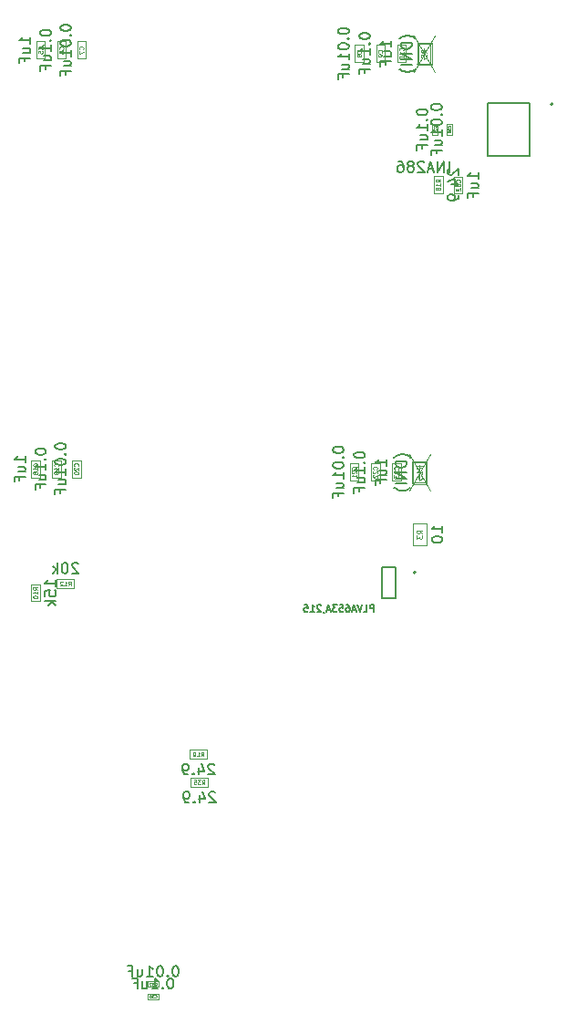
<source format=gbr>
%TF.GenerationSoftware,KiCad,Pcbnew,9.0.3*%
%TF.CreationDate,2025-09-16T11:45:41-04:00*%
%TF.ProjectId,5_COLD_TPC_Charge_Pre_Amp,355f434f-4c44-45f5-9450-435f43686172,rev?*%
%TF.SameCoordinates,Original*%
%TF.FileFunction,AssemblyDrawing,Bot*%
%FSLAX46Y46*%
G04 Gerber Fmt 4.6, Leading zero omitted, Abs format (unit mm)*
G04 Created by KiCad (PCBNEW 9.0.3) date 2025-09-16 11:45:41*
%MOMM*%
%LPD*%
G01*
G04 APERTURE LIST*
%ADD10C,0.150000*%
%ADD11C,0.040000*%
%ADD12C,0.060000*%
%ADD13C,0.080000*%
%ADD14C,0.100000*%
%ADD15C,0.127000*%
%ADD16C,0.200000*%
G04 APERTURE END LIST*
D10*
X277422856Y-156234819D02*
X277327618Y-156234819D01*
X277327618Y-156234819D02*
X277232380Y-156282438D01*
X277232380Y-156282438D02*
X277184761Y-156330057D01*
X277184761Y-156330057D02*
X277137142Y-156425295D01*
X277137142Y-156425295D02*
X277089523Y-156615771D01*
X277089523Y-156615771D02*
X277089523Y-156853866D01*
X277089523Y-156853866D02*
X277137142Y-157044342D01*
X277137142Y-157044342D02*
X277184761Y-157139580D01*
X277184761Y-157139580D02*
X277232380Y-157187200D01*
X277232380Y-157187200D02*
X277327618Y-157234819D01*
X277327618Y-157234819D02*
X277422856Y-157234819D01*
X277422856Y-157234819D02*
X277518094Y-157187200D01*
X277518094Y-157187200D02*
X277565713Y-157139580D01*
X277565713Y-157139580D02*
X277613332Y-157044342D01*
X277613332Y-157044342D02*
X277660951Y-156853866D01*
X277660951Y-156853866D02*
X277660951Y-156615771D01*
X277660951Y-156615771D02*
X277613332Y-156425295D01*
X277613332Y-156425295D02*
X277565713Y-156330057D01*
X277565713Y-156330057D02*
X277518094Y-156282438D01*
X277518094Y-156282438D02*
X277422856Y-156234819D01*
X276660951Y-157139580D02*
X276613332Y-157187200D01*
X276613332Y-157187200D02*
X276660951Y-157234819D01*
X276660951Y-157234819D02*
X276708570Y-157187200D01*
X276708570Y-157187200D02*
X276660951Y-157139580D01*
X276660951Y-157139580D02*
X276660951Y-157234819D01*
X275660952Y-157234819D02*
X276232380Y-157234819D01*
X275946666Y-157234819D02*
X275946666Y-156234819D01*
X275946666Y-156234819D02*
X276041904Y-156377676D01*
X276041904Y-156377676D02*
X276137142Y-156472914D01*
X276137142Y-156472914D02*
X276232380Y-156520533D01*
X274803809Y-156568152D02*
X274803809Y-157234819D01*
X275232380Y-156568152D02*
X275232380Y-157091961D01*
X275232380Y-157091961D02*
X275184761Y-157187200D01*
X275184761Y-157187200D02*
X275089523Y-157234819D01*
X275089523Y-157234819D02*
X274946666Y-157234819D01*
X274946666Y-157234819D02*
X274851428Y-157187200D01*
X274851428Y-157187200D02*
X274803809Y-157139580D01*
X273994285Y-156711009D02*
X274327618Y-156711009D01*
X274327618Y-157234819D02*
X274327618Y-156234819D01*
X274327618Y-156234819D02*
X273851428Y-156234819D01*
D11*
X275940714Y-158029765D02*
X275952618Y-158041670D01*
X275952618Y-158041670D02*
X275988333Y-158053574D01*
X275988333Y-158053574D02*
X276012142Y-158053574D01*
X276012142Y-158053574D02*
X276047856Y-158041670D01*
X276047856Y-158041670D02*
X276071666Y-158017860D01*
X276071666Y-158017860D02*
X276083571Y-157994050D01*
X276083571Y-157994050D02*
X276095475Y-157946431D01*
X276095475Y-157946431D02*
X276095475Y-157910717D01*
X276095475Y-157910717D02*
X276083571Y-157863098D01*
X276083571Y-157863098D02*
X276071666Y-157839289D01*
X276071666Y-157839289D02*
X276047856Y-157815479D01*
X276047856Y-157815479D02*
X276012142Y-157803574D01*
X276012142Y-157803574D02*
X275988333Y-157803574D01*
X275988333Y-157803574D02*
X275952618Y-157815479D01*
X275952618Y-157815479D02*
X275940714Y-157827384D01*
X275857380Y-157803574D02*
X275702618Y-157803574D01*
X275702618Y-157803574D02*
X275785952Y-157898812D01*
X275785952Y-157898812D02*
X275750237Y-157898812D01*
X275750237Y-157898812D02*
X275726428Y-157910717D01*
X275726428Y-157910717D02*
X275714523Y-157922622D01*
X275714523Y-157922622D02*
X275702618Y-157946431D01*
X275702618Y-157946431D02*
X275702618Y-158005955D01*
X275702618Y-158005955D02*
X275714523Y-158029765D01*
X275714523Y-158029765D02*
X275726428Y-158041670D01*
X275726428Y-158041670D02*
X275750237Y-158053574D01*
X275750237Y-158053574D02*
X275821666Y-158053574D01*
X275821666Y-158053574D02*
X275845475Y-158041670D01*
X275845475Y-158041670D02*
X275857380Y-158029765D01*
X275488333Y-157803574D02*
X275535952Y-157803574D01*
X275535952Y-157803574D02*
X275559761Y-157815479D01*
X275559761Y-157815479D02*
X275571666Y-157827384D01*
X275571666Y-157827384D02*
X275595476Y-157863098D01*
X275595476Y-157863098D02*
X275607380Y-157910717D01*
X275607380Y-157910717D02*
X275607380Y-158005955D01*
X275607380Y-158005955D02*
X275595476Y-158029765D01*
X275595476Y-158029765D02*
X275583571Y-158041670D01*
X275583571Y-158041670D02*
X275559761Y-158053574D01*
X275559761Y-158053574D02*
X275512142Y-158053574D01*
X275512142Y-158053574D02*
X275488333Y-158041670D01*
X275488333Y-158041670D02*
X275476428Y-158029765D01*
X275476428Y-158029765D02*
X275464523Y-158005955D01*
X275464523Y-158005955D02*
X275464523Y-157946431D01*
X275464523Y-157946431D02*
X275476428Y-157922622D01*
X275476428Y-157922622D02*
X275488333Y-157910717D01*
X275488333Y-157910717D02*
X275512142Y-157898812D01*
X275512142Y-157898812D02*
X275559761Y-157898812D01*
X275559761Y-157898812D02*
X275583571Y-157910717D01*
X275583571Y-157910717D02*
X275595476Y-157922622D01*
X275595476Y-157922622D02*
X275607380Y-157946431D01*
D10*
X281466189Y-136440057D02*
X281418570Y-136392438D01*
X281418570Y-136392438D02*
X281323332Y-136344819D01*
X281323332Y-136344819D02*
X281085237Y-136344819D01*
X281085237Y-136344819D02*
X280989999Y-136392438D01*
X280989999Y-136392438D02*
X280942380Y-136440057D01*
X280942380Y-136440057D02*
X280894761Y-136535295D01*
X280894761Y-136535295D02*
X280894761Y-136630533D01*
X280894761Y-136630533D02*
X280942380Y-136773390D01*
X280942380Y-136773390D02*
X281513808Y-137344819D01*
X281513808Y-137344819D02*
X280894761Y-137344819D01*
X280037618Y-136678152D02*
X280037618Y-137344819D01*
X280275713Y-136297200D02*
X280513808Y-137011485D01*
X280513808Y-137011485D02*
X279894761Y-137011485D01*
X279513808Y-137249580D02*
X279466189Y-137297200D01*
X279466189Y-137297200D02*
X279513808Y-137344819D01*
X279513808Y-137344819D02*
X279561427Y-137297200D01*
X279561427Y-137297200D02*
X279513808Y-137249580D01*
X279513808Y-137249580D02*
X279513808Y-137344819D01*
X278989999Y-137344819D02*
X278799523Y-137344819D01*
X278799523Y-137344819D02*
X278704285Y-137297200D01*
X278704285Y-137297200D02*
X278656666Y-137249580D01*
X278656666Y-137249580D02*
X278561428Y-137106723D01*
X278561428Y-137106723D02*
X278513809Y-136916247D01*
X278513809Y-136916247D02*
X278513809Y-136535295D01*
X278513809Y-136535295D02*
X278561428Y-136440057D01*
X278561428Y-136440057D02*
X278609047Y-136392438D01*
X278609047Y-136392438D02*
X278704285Y-136344819D01*
X278704285Y-136344819D02*
X278894761Y-136344819D01*
X278894761Y-136344819D02*
X278989999Y-136392438D01*
X278989999Y-136392438D02*
X279037618Y-136440057D01*
X279037618Y-136440057D02*
X279085237Y-136535295D01*
X279085237Y-136535295D02*
X279085237Y-136773390D01*
X279085237Y-136773390D02*
X279037618Y-136868628D01*
X279037618Y-136868628D02*
X278989999Y-136916247D01*
X278989999Y-136916247D02*
X278894761Y-136963866D01*
X278894761Y-136963866D02*
X278704285Y-136963866D01*
X278704285Y-136963866D02*
X278609047Y-136916247D01*
X278609047Y-136916247D02*
X278561428Y-136868628D01*
X278561428Y-136868628D02*
X278513809Y-136773390D01*
D12*
X280247142Y-135641927D02*
X280380475Y-135451451D01*
X280475713Y-135641927D02*
X280475713Y-135241927D01*
X280475713Y-135241927D02*
X280323332Y-135241927D01*
X280323332Y-135241927D02*
X280285237Y-135260975D01*
X280285237Y-135260975D02*
X280266190Y-135280022D01*
X280266190Y-135280022D02*
X280247142Y-135318118D01*
X280247142Y-135318118D02*
X280247142Y-135375260D01*
X280247142Y-135375260D02*
X280266190Y-135413356D01*
X280266190Y-135413356D02*
X280285237Y-135432403D01*
X280285237Y-135432403D02*
X280323332Y-135451451D01*
X280323332Y-135451451D02*
X280475713Y-135451451D01*
X279866190Y-135641927D02*
X280094761Y-135641927D01*
X279980475Y-135641927D02*
X279980475Y-135241927D01*
X279980475Y-135241927D02*
X280018571Y-135299070D01*
X280018571Y-135299070D02*
X280056666Y-135337165D01*
X280056666Y-135337165D02*
X280094761Y-135356213D01*
X279675714Y-135641927D02*
X279599523Y-135641927D01*
X279599523Y-135641927D02*
X279561428Y-135622880D01*
X279561428Y-135622880D02*
X279542380Y-135603832D01*
X279542380Y-135603832D02*
X279504285Y-135546689D01*
X279504285Y-135546689D02*
X279485238Y-135470499D01*
X279485238Y-135470499D02*
X279485238Y-135318118D01*
X279485238Y-135318118D02*
X279504285Y-135280022D01*
X279504285Y-135280022D02*
X279523333Y-135260975D01*
X279523333Y-135260975D02*
X279561428Y-135241927D01*
X279561428Y-135241927D02*
X279637619Y-135241927D01*
X279637619Y-135241927D02*
X279675714Y-135260975D01*
X279675714Y-135260975D02*
X279694761Y-135280022D01*
X279694761Y-135280022D02*
X279713809Y-135318118D01*
X279713809Y-135318118D02*
X279713809Y-135413356D01*
X279713809Y-135413356D02*
X279694761Y-135451451D01*
X279694761Y-135451451D02*
X279675714Y-135470499D01*
X279675714Y-135470499D02*
X279637619Y-135489546D01*
X279637619Y-135489546D02*
X279561428Y-135489546D01*
X279561428Y-135489546D02*
X279523333Y-135470499D01*
X279523333Y-135470499D02*
X279504285Y-135451451D01*
X279504285Y-135451451D02*
X279485238Y-135413356D01*
D10*
X300259819Y-75782143D02*
X300259819Y-75877381D01*
X300259819Y-75877381D02*
X300307438Y-75972619D01*
X300307438Y-75972619D02*
X300355057Y-76020238D01*
X300355057Y-76020238D02*
X300450295Y-76067857D01*
X300450295Y-76067857D02*
X300640771Y-76115476D01*
X300640771Y-76115476D02*
X300878866Y-76115476D01*
X300878866Y-76115476D02*
X301069342Y-76067857D01*
X301069342Y-76067857D02*
X301164580Y-76020238D01*
X301164580Y-76020238D02*
X301212200Y-75972619D01*
X301212200Y-75972619D02*
X301259819Y-75877381D01*
X301259819Y-75877381D02*
X301259819Y-75782143D01*
X301259819Y-75782143D02*
X301212200Y-75686905D01*
X301212200Y-75686905D02*
X301164580Y-75639286D01*
X301164580Y-75639286D02*
X301069342Y-75591667D01*
X301069342Y-75591667D02*
X300878866Y-75544048D01*
X300878866Y-75544048D02*
X300640771Y-75544048D01*
X300640771Y-75544048D02*
X300450295Y-75591667D01*
X300450295Y-75591667D02*
X300355057Y-75639286D01*
X300355057Y-75639286D02*
X300307438Y-75686905D01*
X300307438Y-75686905D02*
X300259819Y-75782143D01*
X301164580Y-76544048D02*
X301212200Y-76591667D01*
X301212200Y-76591667D02*
X301259819Y-76544048D01*
X301259819Y-76544048D02*
X301212200Y-76496429D01*
X301212200Y-76496429D02*
X301164580Y-76544048D01*
X301164580Y-76544048D02*
X301259819Y-76544048D01*
X301259819Y-77544047D02*
X301259819Y-76972619D01*
X301259819Y-77258333D02*
X300259819Y-77258333D01*
X300259819Y-77258333D02*
X300402676Y-77163095D01*
X300402676Y-77163095D02*
X300497914Y-77067857D01*
X300497914Y-77067857D02*
X300545533Y-76972619D01*
X300593152Y-78401190D02*
X301259819Y-78401190D01*
X300593152Y-77972619D02*
X301116961Y-77972619D01*
X301116961Y-77972619D02*
X301212200Y-78020238D01*
X301212200Y-78020238D02*
X301259819Y-78115476D01*
X301259819Y-78115476D02*
X301259819Y-78258333D01*
X301259819Y-78258333D02*
X301212200Y-78353571D01*
X301212200Y-78353571D02*
X301164580Y-78401190D01*
X300736009Y-79210714D02*
X300736009Y-78877381D01*
X301259819Y-78877381D02*
X300259819Y-78877381D01*
X300259819Y-78877381D02*
X300259819Y-79353571D01*
D11*
X302054765Y-77264285D02*
X302066670Y-77252381D01*
X302066670Y-77252381D02*
X302078574Y-77216666D01*
X302078574Y-77216666D02*
X302078574Y-77192857D01*
X302078574Y-77192857D02*
X302066670Y-77157143D01*
X302066670Y-77157143D02*
X302042860Y-77133333D01*
X302042860Y-77133333D02*
X302019050Y-77121428D01*
X302019050Y-77121428D02*
X301971431Y-77109524D01*
X301971431Y-77109524D02*
X301935717Y-77109524D01*
X301935717Y-77109524D02*
X301888098Y-77121428D01*
X301888098Y-77121428D02*
X301864289Y-77133333D01*
X301864289Y-77133333D02*
X301840479Y-77157143D01*
X301840479Y-77157143D02*
X301828574Y-77192857D01*
X301828574Y-77192857D02*
X301828574Y-77216666D01*
X301828574Y-77216666D02*
X301840479Y-77252381D01*
X301840479Y-77252381D02*
X301852384Y-77264285D01*
X301852384Y-77359524D02*
X301840479Y-77371428D01*
X301840479Y-77371428D02*
X301828574Y-77395238D01*
X301828574Y-77395238D02*
X301828574Y-77454762D01*
X301828574Y-77454762D02*
X301840479Y-77478571D01*
X301840479Y-77478571D02*
X301852384Y-77490476D01*
X301852384Y-77490476D02*
X301876193Y-77502381D01*
X301876193Y-77502381D02*
X301900003Y-77502381D01*
X301900003Y-77502381D02*
X301935717Y-77490476D01*
X301935717Y-77490476D02*
X302078574Y-77347619D01*
X302078574Y-77347619D02*
X302078574Y-77502381D01*
X302078574Y-77621428D02*
X302078574Y-77669047D01*
X302078574Y-77669047D02*
X302066670Y-77692857D01*
X302066670Y-77692857D02*
X302054765Y-77704761D01*
X302054765Y-77704761D02*
X302019050Y-77728571D01*
X302019050Y-77728571D02*
X301971431Y-77740476D01*
X301971431Y-77740476D02*
X301876193Y-77740476D01*
X301876193Y-77740476D02*
X301852384Y-77728571D01*
X301852384Y-77728571D02*
X301840479Y-77716666D01*
X301840479Y-77716666D02*
X301828574Y-77692857D01*
X301828574Y-77692857D02*
X301828574Y-77645238D01*
X301828574Y-77645238D02*
X301840479Y-77621428D01*
X301840479Y-77621428D02*
X301852384Y-77609523D01*
X301852384Y-77609523D02*
X301876193Y-77597619D01*
X301876193Y-77597619D02*
X301935717Y-77597619D01*
X301935717Y-77597619D02*
X301959527Y-77609523D01*
X301959527Y-77609523D02*
X301971431Y-77621428D01*
X301971431Y-77621428D02*
X301983336Y-77645238D01*
X301983336Y-77645238D02*
X301983336Y-77692857D01*
X301983336Y-77692857D02*
X301971431Y-77716666D01*
X301971431Y-77716666D02*
X301959527Y-77728571D01*
X301959527Y-77728571D02*
X301935717Y-77740476D01*
D10*
X302664819Y-114859523D02*
X302664819Y-114288095D01*
X302664819Y-114573809D02*
X301664819Y-114573809D01*
X301664819Y-114573809D02*
X301807676Y-114478571D01*
X301807676Y-114478571D02*
X301902914Y-114383333D01*
X301902914Y-114383333D02*
X301950533Y-114288095D01*
X301664819Y-115478571D02*
X301664819Y-115573809D01*
X301664819Y-115573809D02*
X301712438Y-115669047D01*
X301712438Y-115669047D02*
X301760057Y-115716666D01*
X301760057Y-115716666D02*
X301855295Y-115764285D01*
X301855295Y-115764285D02*
X302045771Y-115811904D01*
X302045771Y-115811904D02*
X302283866Y-115811904D01*
X302283866Y-115811904D02*
X302474342Y-115764285D01*
X302474342Y-115764285D02*
X302569580Y-115716666D01*
X302569580Y-115716666D02*
X302617200Y-115669047D01*
X302617200Y-115669047D02*
X302664819Y-115573809D01*
X302664819Y-115573809D02*
X302664819Y-115478571D01*
X302664819Y-115478571D02*
X302617200Y-115383333D01*
X302617200Y-115383333D02*
X302569580Y-115335714D01*
X302569580Y-115335714D02*
X302474342Y-115288095D01*
X302474342Y-115288095D02*
X302283866Y-115240476D01*
X302283866Y-115240476D02*
X302045771Y-115240476D01*
X302045771Y-115240476D02*
X301855295Y-115288095D01*
X301855295Y-115288095D02*
X301760057Y-115335714D01*
X301760057Y-115335714D02*
X301712438Y-115383333D01*
X301712438Y-115383333D02*
X301664819Y-115478571D01*
D13*
X300787149Y-114966666D02*
X300549054Y-114800000D01*
X300787149Y-114680952D02*
X300287149Y-114680952D01*
X300287149Y-114680952D02*
X300287149Y-114871428D01*
X300287149Y-114871428D02*
X300310959Y-114919047D01*
X300310959Y-114919047D02*
X300334768Y-114942857D01*
X300334768Y-114942857D02*
X300382387Y-114966666D01*
X300382387Y-114966666D02*
X300453816Y-114966666D01*
X300453816Y-114966666D02*
X300501435Y-114942857D01*
X300501435Y-114942857D02*
X300525244Y-114919047D01*
X300525244Y-114919047D02*
X300549054Y-114871428D01*
X300549054Y-114871428D02*
X300549054Y-114680952D01*
X300287149Y-115133333D02*
X300287149Y-115442857D01*
X300287149Y-115442857D02*
X300477625Y-115276190D01*
X300477625Y-115276190D02*
X300477625Y-115347619D01*
X300477625Y-115347619D02*
X300501435Y-115395238D01*
X300501435Y-115395238D02*
X300525244Y-115419047D01*
X300525244Y-115419047D02*
X300572863Y-115442857D01*
X300572863Y-115442857D02*
X300691911Y-115442857D01*
X300691911Y-115442857D02*
X300739530Y-115419047D01*
X300739530Y-115419047D02*
X300763340Y-115395238D01*
X300763340Y-115395238D02*
X300787149Y-115347619D01*
X300787149Y-115347619D02*
X300787149Y-115204762D01*
X300787149Y-115204762D02*
X300763340Y-115157143D01*
X300763340Y-115157143D02*
X300739530Y-115133333D01*
D10*
X267149819Y-67945952D02*
X267149819Y-68041190D01*
X267149819Y-68041190D02*
X267197438Y-68136428D01*
X267197438Y-68136428D02*
X267245057Y-68184047D01*
X267245057Y-68184047D02*
X267340295Y-68231666D01*
X267340295Y-68231666D02*
X267530771Y-68279285D01*
X267530771Y-68279285D02*
X267768866Y-68279285D01*
X267768866Y-68279285D02*
X267959342Y-68231666D01*
X267959342Y-68231666D02*
X268054580Y-68184047D01*
X268054580Y-68184047D02*
X268102200Y-68136428D01*
X268102200Y-68136428D02*
X268149819Y-68041190D01*
X268149819Y-68041190D02*
X268149819Y-67945952D01*
X268149819Y-67945952D02*
X268102200Y-67850714D01*
X268102200Y-67850714D02*
X268054580Y-67803095D01*
X268054580Y-67803095D02*
X267959342Y-67755476D01*
X267959342Y-67755476D02*
X267768866Y-67707857D01*
X267768866Y-67707857D02*
X267530771Y-67707857D01*
X267530771Y-67707857D02*
X267340295Y-67755476D01*
X267340295Y-67755476D02*
X267245057Y-67803095D01*
X267245057Y-67803095D02*
X267197438Y-67850714D01*
X267197438Y-67850714D02*
X267149819Y-67945952D01*
X268054580Y-68707857D02*
X268102200Y-68755476D01*
X268102200Y-68755476D02*
X268149819Y-68707857D01*
X268149819Y-68707857D02*
X268102200Y-68660238D01*
X268102200Y-68660238D02*
X268054580Y-68707857D01*
X268054580Y-68707857D02*
X268149819Y-68707857D01*
X267149819Y-69374523D02*
X267149819Y-69469761D01*
X267149819Y-69469761D02*
X267197438Y-69564999D01*
X267197438Y-69564999D02*
X267245057Y-69612618D01*
X267245057Y-69612618D02*
X267340295Y-69660237D01*
X267340295Y-69660237D02*
X267530771Y-69707856D01*
X267530771Y-69707856D02*
X267768866Y-69707856D01*
X267768866Y-69707856D02*
X267959342Y-69660237D01*
X267959342Y-69660237D02*
X268054580Y-69612618D01*
X268054580Y-69612618D02*
X268102200Y-69564999D01*
X268102200Y-69564999D02*
X268149819Y-69469761D01*
X268149819Y-69469761D02*
X268149819Y-69374523D01*
X268149819Y-69374523D02*
X268102200Y-69279285D01*
X268102200Y-69279285D02*
X268054580Y-69231666D01*
X268054580Y-69231666D02*
X267959342Y-69184047D01*
X267959342Y-69184047D02*
X267768866Y-69136428D01*
X267768866Y-69136428D02*
X267530771Y-69136428D01*
X267530771Y-69136428D02*
X267340295Y-69184047D01*
X267340295Y-69184047D02*
X267245057Y-69231666D01*
X267245057Y-69231666D02*
X267197438Y-69279285D01*
X267197438Y-69279285D02*
X267149819Y-69374523D01*
X268149819Y-70660237D02*
X268149819Y-70088809D01*
X268149819Y-70374523D02*
X267149819Y-70374523D01*
X267149819Y-70374523D02*
X267292676Y-70279285D01*
X267292676Y-70279285D02*
X267387914Y-70184047D01*
X267387914Y-70184047D02*
X267435533Y-70088809D01*
X267483152Y-71517380D02*
X268149819Y-71517380D01*
X267483152Y-71088809D02*
X268006961Y-71088809D01*
X268006961Y-71088809D02*
X268102200Y-71136428D01*
X268102200Y-71136428D02*
X268149819Y-71231666D01*
X268149819Y-71231666D02*
X268149819Y-71374523D01*
X268149819Y-71374523D02*
X268102200Y-71469761D01*
X268102200Y-71469761D02*
X268054580Y-71517380D01*
X267626009Y-72326904D02*
X267626009Y-71993571D01*
X268149819Y-71993571D02*
X267149819Y-71993571D01*
X267149819Y-71993571D02*
X267149819Y-72469761D01*
D12*
X269268832Y-69998333D02*
X269287880Y-69979285D01*
X269287880Y-69979285D02*
X269306927Y-69922143D01*
X269306927Y-69922143D02*
X269306927Y-69884047D01*
X269306927Y-69884047D02*
X269287880Y-69826904D01*
X269287880Y-69826904D02*
X269249784Y-69788809D01*
X269249784Y-69788809D02*
X269211689Y-69769762D01*
X269211689Y-69769762D02*
X269135499Y-69750714D01*
X269135499Y-69750714D02*
X269078356Y-69750714D01*
X269078356Y-69750714D02*
X269002165Y-69769762D01*
X269002165Y-69769762D02*
X268964070Y-69788809D01*
X268964070Y-69788809D02*
X268925975Y-69826904D01*
X268925975Y-69826904D02*
X268906927Y-69884047D01*
X268906927Y-69884047D02*
X268906927Y-69922143D01*
X268906927Y-69922143D02*
X268925975Y-69979285D01*
X268925975Y-69979285D02*
X268945022Y-69998333D01*
X268906927Y-70131666D02*
X268906927Y-70398333D01*
X268906927Y-70398333D02*
X269306927Y-70226904D01*
D10*
X296268076Y-122224676D02*
X296268076Y-121584676D01*
X296268076Y-121584676D02*
X296024266Y-121584676D01*
X296024266Y-121584676D02*
X295963314Y-121615152D01*
X295963314Y-121615152D02*
X295932837Y-121645628D01*
X295932837Y-121645628D02*
X295902361Y-121706580D01*
X295902361Y-121706580D02*
X295902361Y-121798009D01*
X295902361Y-121798009D02*
X295932837Y-121858961D01*
X295932837Y-121858961D02*
X295963314Y-121889438D01*
X295963314Y-121889438D02*
X296024266Y-121919914D01*
X296024266Y-121919914D02*
X296268076Y-121919914D01*
X295323314Y-122224676D02*
X295628076Y-122224676D01*
X295628076Y-122224676D02*
X295628076Y-121584676D01*
X295201409Y-121584676D02*
X294988076Y-122224676D01*
X294988076Y-122224676D02*
X294774742Y-121584676D01*
X294591886Y-122041819D02*
X294287124Y-122041819D01*
X294652838Y-122224676D02*
X294439505Y-121584676D01*
X294439505Y-121584676D02*
X294226171Y-122224676D01*
X293738553Y-121584676D02*
X293860458Y-121584676D01*
X293860458Y-121584676D02*
X293921410Y-121615152D01*
X293921410Y-121615152D02*
X293951886Y-121645628D01*
X293951886Y-121645628D02*
X294012839Y-121737057D01*
X294012839Y-121737057D02*
X294043315Y-121858961D01*
X294043315Y-121858961D02*
X294043315Y-122102771D01*
X294043315Y-122102771D02*
X294012839Y-122163723D01*
X294012839Y-122163723D02*
X293982362Y-122194200D01*
X293982362Y-122194200D02*
X293921410Y-122224676D01*
X293921410Y-122224676D02*
X293799505Y-122224676D01*
X293799505Y-122224676D02*
X293738553Y-122194200D01*
X293738553Y-122194200D02*
X293708077Y-122163723D01*
X293708077Y-122163723D02*
X293677600Y-122102771D01*
X293677600Y-122102771D02*
X293677600Y-121950390D01*
X293677600Y-121950390D02*
X293708077Y-121889438D01*
X293708077Y-121889438D02*
X293738553Y-121858961D01*
X293738553Y-121858961D02*
X293799505Y-121828485D01*
X293799505Y-121828485D02*
X293921410Y-121828485D01*
X293921410Y-121828485D02*
X293982362Y-121858961D01*
X293982362Y-121858961D02*
X294012839Y-121889438D01*
X294012839Y-121889438D02*
X294043315Y-121950390D01*
X293098553Y-121584676D02*
X293403315Y-121584676D01*
X293403315Y-121584676D02*
X293433791Y-121889438D01*
X293433791Y-121889438D02*
X293403315Y-121858961D01*
X293403315Y-121858961D02*
X293342362Y-121828485D01*
X293342362Y-121828485D02*
X293189981Y-121828485D01*
X293189981Y-121828485D02*
X293129029Y-121858961D01*
X293129029Y-121858961D02*
X293098553Y-121889438D01*
X293098553Y-121889438D02*
X293068076Y-121950390D01*
X293068076Y-121950390D02*
X293068076Y-122102771D01*
X293068076Y-122102771D02*
X293098553Y-122163723D01*
X293098553Y-122163723D02*
X293129029Y-122194200D01*
X293129029Y-122194200D02*
X293189981Y-122224676D01*
X293189981Y-122224676D02*
X293342362Y-122224676D01*
X293342362Y-122224676D02*
X293403315Y-122194200D01*
X293403315Y-122194200D02*
X293433791Y-122163723D01*
X292854743Y-121584676D02*
X292458552Y-121584676D01*
X292458552Y-121584676D02*
X292671886Y-121828485D01*
X292671886Y-121828485D02*
X292580457Y-121828485D01*
X292580457Y-121828485D02*
X292519505Y-121858961D01*
X292519505Y-121858961D02*
X292489029Y-121889438D01*
X292489029Y-121889438D02*
X292458552Y-121950390D01*
X292458552Y-121950390D02*
X292458552Y-122102771D01*
X292458552Y-122102771D02*
X292489029Y-122163723D01*
X292489029Y-122163723D02*
X292519505Y-122194200D01*
X292519505Y-122194200D02*
X292580457Y-122224676D01*
X292580457Y-122224676D02*
X292763314Y-122224676D01*
X292763314Y-122224676D02*
X292824267Y-122194200D01*
X292824267Y-122194200D02*
X292854743Y-122163723D01*
X292214743Y-122041819D02*
X291909981Y-122041819D01*
X292275695Y-122224676D02*
X292062362Y-121584676D01*
X292062362Y-121584676D02*
X291849028Y-122224676D01*
X291605219Y-122194200D02*
X291605219Y-122224676D01*
X291605219Y-122224676D02*
X291635696Y-122285628D01*
X291635696Y-122285628D02*
X291666172Y-122316104D01*
X291361410Y-121645628D02*
X291330934Y-121615152D01*
X291330934Y-121615152D02*
X291269981Y-121584676D01*
X291269981Y-121584676D02*
X291117600Y-121584676D01*
X291117600Y-121584676D02*
X291056648Y-121615152D01*
X291056648Y-121615152D02*
X291026172Y-121645628D01*
X291026172Y-121645628D02*
X290995695Y-121706580D01*
X290995695Y-121706580D02*
X290995695Y-121767533D01*
X290995695Y-121767533D02*
X291026172Y-121858961D01*
X291026172Y-121858961D02*
X291391886Y-122224676D01*
X291391886Y-122224676D02*
X290995695Y-122224676D01*
X290386171Y-122224676D02*
X290751886Y-122224676D01*
X290569029Y-122224676D02*
X290569029Y-121584676D01*
X290569029Y-121584676D02*
X290629981Y-121676104D01*
X290629981Y-121676104D02*
X290690933Y-121737057D01*
X290690933Y-121737057D02*
X290751886Y-121767533D01*
X289807124Y-121584676D02*
X290111886Y-121584676D01*
X290111886Y-121584676D02*
X290142362Y-121889438D01*
X290142362Y-121889438D02*
X290111886Y-121858961D01*
X290111886Y-121858961D02*
X290050933Y-121828485D01*
X290050933Y-121828485D02*
X289898552Y-121828485D01*
X289898552Y-121828485D02*
X289837600Y-121858961D01*
X289837600Y-121858961D02*
X289807124Y-121889438D01*
X289807124Y-121889438D02*
X289776647Y-121950390D01*
X289776647Y-121950390D02*
X289776647Y-122102771D01*
X289776647Y-122102771D02*
X289807124Y-122163723D01*
X289807124Y-122163723D02*
X289837600Y-122194200D01*
X289837600Y-122194200D02*
X289898552Y-122224676D01*
X289898552Y-122224676D02*
X290050933Y-122224676D01*
X290050933Y-122224676D02*
X290111886Y-122194200D01*
X290111886Y-122194200D02*
X290142362Y-122163723D01*
X292479819Y-107140952D02*
X292479819Y-107236190D01*
X292479819Y-107236190D02*
X292527438Y-107331428D01*
X292527438Y-107331428D02*
X292575057Y-107379047D01*
X292575057Y-107379047D02*
X292670295Y-107426666D01*
X292670295Y-107426666D02*
X292860771Y-107474285D01*
X292860771Y-107474285D02*
X293098866Y-107474285D01*
X293098866Y-107474285D02*
X293289342Y-107426666D01*
X293289342Y-107426666D02*
X293384580Y-107379047D01*
X293384580Y-107379047D02*
X293432200Y-107331428D01*
X293432200Y-107331428D02*
X293479819Y-107236190D01*
X293479819Y-107236190D02*
X293479819Y-107140952D01*
X293479819Y-107140952D02*
X293432200Y-107045714D01*
X293432200Y-107045714D02*
X293384580Y-106998095D01*
X293384580Y-106998095D02*
X293289342Y-106950476D01*
X293289342Y-106950476D02*
X293098866Y-106902857D01*
X293098866Y-106902857D02*
X292860771Y-106902857D01*
X292860771Y-106902857D02*
X292670295Y-106950476D01*
X292670295Y-106950476D02*
X292575057Y-106998095D01*
X292575057Y-106998095D02*
X292527438Y-107045714D01*
X292527438Y-107045714D02*
X292479819Y-107140952D01*
X293384580Y-107902857D02*
X293432200Y-107950476D01*
X293432200Y-107950476D02*
X293479819Y-107902857D01*
X293479819Y-107902857D02*
X293432200Y-107855238D01*
X293432200Y-107855238D02*
X293384580Y-107902857D01*
X293384580Y-107902857D02*
X293479819Y-107902857D01*
X292479819Y-108569523D02*
X292479819Y-108664761D01*
X292479819Y-108664761D02*
X292527438Y-108759999D01*
X292527438Y-108759999D02*
X292575057Y-108807618D01*
X292575057Y-108807618D02*
X292670295Y-108855237D01*
X292670295Y-108855237D02*
X292860771Y-108902856D01*
X292860771Y-108902856D02*
X293098866Y-108902856D01*
X293098866Y-108902856D02*
X293289342Y-108855237D01*
X293289342Y-108855237D02*
X293384580Y-108807618D01*
X293384580Y-108807618D02*
X293432200Y-108759999D01*
X293432200Y-108759999D02*
X293479819Y-108664761D01*
X293479819Y-108664761D02*
X293479819Y-108569523D01*
X293479819Y-108569523D02*
X293432200Y-108474285D01*
X293432200Y-108474285D02*
X293384580Y-108426666D01*
X293384580Y-108426666D02*
X293289342Y-108379047D01*
X293289342Y-108379047D02*
X293098866Y-108331428D01*
X293098866Y-108331428D02*
X292860771Y-108331428D01*
X292860771Y-108331428D02*
X292670295Y-108379047D01*
X292670295Y-108379047D02*
X292575057Y-108426666D01*
X292575057Y-108426666D02*
X292527438Y-108474285D01*
X292527438Y-108474285D02*
X292479819Y-108569523D01*
X293479819Y-109855237D02*
X293479819Y-109283809D01*
X293479819Y-109569523D02*
X292479819Y-109569523D01*
X292479819Y-109569523D02*
X292622676Y-109474285D01*
X292622676Y-109474285D02*
X292717914Y-109379047D01*
X292717914Y-109379047D02*
X292765533Y-109283809D01*
X292813152Y-110712380D02*
X293479819Y-110712380D01*
X292813152Y-110283809D02*
X293336961Y-110283809D01*
X293336961Y-110283809D02*
X293432200Y-110331428D01*
X293432200Y-110331428D02*
X293479819Y-110426666D01*
X293479819Y-110426666D02*
X293479819Y-110569523D01*
X293479819Y-110569523D02*
X293432200Y-110664761D01*
X293432200Y-110664761D02*
X293384580Y-110712380D01*
X292956009Y-111521904D02*
X292956009Y-111188571D01*
X293479819Y-111188571D02*
X292479819Y-111188571D01*
X292479819Y-111188571D02*
X292479819Y-111664761D01*
D12*
X294598832Y-109002857D02*
X294617880Y-108983809D01*
X294617880Y-108983809D02*
X294636927Y-108926667D01*
X294636927Y-108926667D02*
X294636927Y-108888571D01*
X294636927Y-108888571D02*
X294617880Y-108831428D01*
X294617880Y-108831428D02*
X294579784Y-108793333D01*
X294579784Y-108793333D02*
X294541689Y-108774286D01*
X294541689Y-108774286D02*
X294465499Y-108755238D01*
X294465499Y-108755238D02*
X294408356Y-108755238D01*
X294408356Y-108755238D02*
X294332165Y-108774286D01*
X294332165Y-108774286D02*
X294294070Y-108793333D01*
X294294070Y-108793333D02*
X294255975Y-108831428D01*
X294255975Y-108831428D02*
X294236927Y-108888571D01*
X294236927Y-108888571D02*
X294236927Y-108926667D01*
X294236927Y-108926667D02*
X294255975Y-108983809D01*
X294255975Y-108983809D02*
X294275022Y-109002857D01*
X294275022Y-109155238D02*
X294255975Y-109174286D01*
X294255975Y-109174286D02*
X294236927Y-109212381D01*
X294236927Y-109212381D02*
X294236927Y-109307619D01*
X294236927Y-109307619D02*
X294255975Y-109345714D01*
X294255975Y-109345714D02*
X294275022Y-109364762D01*
X294275022Y-109364762D02*
X294313118Y-109383809D01*
X294313118Y-109383809D02*
X294351213Y-109383809D01*
X294351213Y-109383809D02*
X294408356Y-109364762D01*
X294408356Y-109364762D02*
X294636927Y-109136190D01*
X294636927Y-109136190D02*
X294636927Y-109383809D01*
X294636927Y-109764761D02*
X294636927Y-109536190D01*
X294636927Y-109650476D02*
X294236927Y-109650476D01*
X294236927Y-109650476D02*
X294294070Y-109612380D01*
X294294070Y-109612380D02*
X294332165Y-109574285D01*
X294332165Y-109574285D02*
X294351213Y-109536190D01*
D10*
X294449819Y-107617143D02*
X294449819Y-107712381D01*
X294449819Y-107712381D02*
X294497438Y-107807619D01*
X294497438Y-107807619D02*
X294545057Y-107855238D01*
X294545057Y-107855238D02*
X294640295Y-107902857D01*
X294640295Y-107902857D02*
X294830771Y-107950476D01*
X294830771Y-107950476D02*
X295068866Y-107950476D01*
X295068866Y-107950476D02*
X295259342Y-107902857D01*
X295259342Y-107902857D02*
X295354580Y-107855238D01*
X295354580Y-107855238D02*
X295402200Y-107807619D01*
X295402200Y-107807619D02*
X295449819Y-107712381D01*
X295449819Y-107712381D02*
X295449819Y-107617143D01*
X295449819Y-107617143D02*
X295402200Y-107521905D01*
X295402200Y-107521905D02*
X295354580Y-107474286D01*
X295354580Y-107474286D02*
X295259342Y-107426667D01*
X295259342Y-107426667D02*
X295068866Y-107379048D01*
X295068866Y-107379048D02*
X294830771Y-107379048D01*
X294830771Y-107379048D02*
X294640295Y-107426667D01*
X294640295Y-107426667D02*
X294545057Y-107474286D01*
X294545057Y-107474286D02*
X294497438Y-107521905D01*
X294497438Y-107521905D02*
X294449819Y-107617143D01*
X295354580Y-108379048D02*
X295402200Y-108426667D01*
X295402200Y-108426667D02*
X295449819Y-108379048D01*
X295449819Y-108379048D02*
X295402200Y-108331429D01*
X295402200Y-108331429D02*
X295354580Y-108379048D01*
X295354580Y-108379048D02*
X295449819Y-108379048D01*
X295449819Y-109379047D02*
X295449819Y-108807619D01*
X295449819Y-109093333D02*
X294449819Y-109093333D01*
X294449819Y-109093333D02*
X294592676Y-108998095D01*
X294592676Y-108998095D02*
X294687914Y-108902857D01*
X294687914Y-108902857D02*
X294735533Y-108807619D01*
X294783152Y-110236190D02*
X295449819Y-110236190D01*
X294783152Y-109807619D02*
X295306961Y-109807619D01*
X295306961Y-109807619D02*
X295402200Y-109855238D01*
X295402200Y-109855238D02*
X295449819Y-109950476D01*
X295449819Y-109950476D02*
X295449819Y-110093333D01*
X295449819Y-110093333D02*
X295402200Y-110188571D01*
X295402200Y-110188571D02*
X295354580Y-110236190D01*
X294926009Y-111045714D02*
X294926009Y-110712381D01*
X295449819Y-110712381D02*
X294449819Y-110712381D01*
X294449819Y-110712381D02*
X294449819Y-111188571D01*
D12*
X296568832Y-109002857D02*
X296587880Y-108983809D01*
X296587880Y-108983809D02*
X296606927Y-108926667D01*
X296606927Y-108926667D02*
X296606927Y-108888571D01*
X296606927Y-108888571D02*
X296587880Y-108831428D01*
X296587880Y-108831428D02*
X296549784Y-108793333D01*
X296549784Y-108793333D02*
X296511689Y-108774286D01*
X296511689Y-108774286D02*
X296435499Y-108755238D01*
X296435499Y-108755238D02*
X296378356Y-108755238D01*
X296378356Y-108755238D02*
X296302165Y-108774286D01*
X296302165Y-108774286D02*
X296264070Y-108793333D01*
X296264070Y-108793333D02*
X296225975Y-108831428D01*
X296225975Y-108831428D02*
X296206927Y-108888571D01*
X296206927Y-108888571D02*
X296206927Y-108926667D01*
X296206927Y-108926667D02*
X296225975Y-108983809D01*
X296225975Y-108983809D02*
X296245022Y-109002857D01*
X296245022Y-109155238D02*
X296225975Y-109174286D01*
X296225975Y-109174286D02*
X296206927Y-109212381D01*
X296206927Y-109212381D02*
X296206927Y-109307619D01*
X296206927Y-109307619D02*
X296225975Y-109345714D01*
X296225975Y-109345714D02*
X296245022Y-109364762D01*
X296245022Y-109364762D02*
X296283118Y-109383809D01*
X296283118Y-109383809D02*
X296321213Y-109383809D01*
X296321213Y-109383809D02*
X296378356Y-109364762D01*
X296378356Y-109364762D02*
X296606927Y-109136190D01*
X296606927Y-109136190D02*
X296606927Y-109383809D01*
X296245022Y-109536190D02*
X296225975Y-109555238D01*
X296225975Y-109555238D02*
X296206927Y-109593333D01*
X296206927Y-109593333D02*
X296206927Y-109688571D01*
X296206927Y-109688571D02*
X296225975Y-109726666D01*
X296225975Y-109726666D02*
X296245022Y-109745714D01*
X296245022Y-109745714D02*
X296283118Y-109764761D01*
X296283118Y-109764761D02*
X296321213Y-109764761D01*
X296321213Y-109764761D02*
X296378356Y-109745714D01*
X296378356Y-109745714D02*
X296606927Y-109517142D01*
X296606927Y-109517142D02*
X296606927Y-109764761D01*
D10*
X264829819Y-107307143D02*
X264829819Y-107402381D01*
X264829819Y-107402381D02*
X264877438Y-107497619D01*
X264877438Y-107497619D02*
X264925057Y-107545238D01*
X264925057Y-107545238D02*
X265020295Y-107592857D01*
X265020295Y-107592857D02*
X265210771Y-107640476D01*
X265210771Y-107640476D02*
X265448866Y-107640476D01*
X265448866Y-107640476D02*
X265639342Y-107592857D01*
X265639342Y-107592857D02*
X265734580Y-107545238D01*
X265734580Y-107545238D02*
X265782200Y-107497619D01*
X265782200Y-107497619D02*
X265829819Y-107402381D01*
X265829819Y-107402381D02*
X265829819Y-107307143D01*
X265829819Y-107307143D02*
X265782200Y-107211905D01*
X265782200Y-107211905D02*
X265734580Y-107164286D01*
X265734580Y-107164286D02*
X265639342Y-107116667D01*
X265639342Y-107116667D02*
X265448866Y-107069048D01*
X265448866Y-107069048D02*
X265210771Y-107069048D01*
X265210771Y-107069048D02*
X265020295Y-107116667D01*
X265020295Y-107116667D02*
X264925057Y-107164286D01*
X264925057Y-107164286D02*
X264877438Y-107211905D01*
X264877438Y-107211905D02*
X264829819Y-107307143D01*
X265734580Y-108069048D02*
X265782200Y-108116667D01*
X265782200Y-108116667D02*
X265829819Y-108069048D01*
X265829819Y-108069048D02*
X265782200Y-108021429D01*
X265782200Y-108021429D02*
X265734580Y-108069048D01*
X265734580Y-108069048D02*
X265829819Y-108069048D01*
X265829819Y-109069047D02*
X265829819Y-108497619D01*
X265829819Y-108783333D02*
X264829819Y-108783333D01*
X264829819Y-108783333D02*
X264972676Y-108688095D01*
X264972676Y-108688095D02*
X265067914Y-108592857D01*
X265067914Y-108592857D02*
X265115533Y-108497619D01*
X265163152Y-109926190D02*
X265829819Y-109926190D01*
X265163152Y-109497619D02*
X265686961Y-109497619D01*
X265686961Y-109497619D02*
X265782200Y-109545238D01*
X265782200Y-109545238D02*
X265829819Y-109640476D01*
X265829819Y-109640476D02*
X265829819Y-109783333D01*
X265829819Y-109783333D02*
X265782200Y-109878571D01*
X265782200Y-109878571D02*
X265734580Y-109926190D01*
X265306009Y-110735714D02*
X265306009Y-110402381D01*
X265829819Y-110402381D02*
X264829819Y-110402381D01*
X264829819Y-110402381D02*
X264829819Y-110878571D01*
D12*
X266948832Y-108692857D02*
X266967880Y-108673809D01*
X266967880Y-108673809D02*
X266986927Y-108616667D01*
X266986927Y-108616667D02*
X266986927Y-108578571D01*
X266986927Y-108578571D02*
X266967880Y-108521428D01*
X266967880Y-108521428D02*
X266929784Y-108483333D01*
X266929784Y-108483333D02*
X266891689Y-108464286D01*
X266891689Y-108464286D02*
X266815499Y-108445238D01*
X266815499Y-108445238D02*
X266758356Y-108445238D01*
X266758356Y-108445238D02*
X266682165Y-108464286D01*
X266682165Y-108464286D02*
X266644070Y-108483333D01*
X266644070Y-108483333D02*
X266605975Y-108521428D01*
X266605975Y-108521428D02*
X266586927Y-108578571D01*
X266586927Y-108578571D02*
X266586927Y-108616667D01*
X266586927Y-108616667D02*
X266605975Y-108673809D01*
X266605975Y-108673809D02*
X266625022Y-108692857D01*
X266986927Y-109073809D02*
X266986927Y-108845238D01*
X266986927Y-108959524D02*
X266586927Y-108959524D01*
X266586927Y-108959524D02*
X266644070Y-108921428D01*
X266644070Y-108921428D02*
X266682165Y-108883333D01*
X266682165Y-108883333D02*
X266701213Y-108845238D01*
X266986927Y-109264285D02*
X266986927Y-109340476D01*
X266986927Y-109340476D02*
X266967880Y-109378571D01*
X266967880Y-109378571D02*
X266948832Y-109397619D01*
X266948832Y-109397619D02*
X266891689Y-109435714D01*
X266891689Y-109435714D02*
X266815499Y-109454761D01*
X266815499Y-109454761D02*
X266663118Y-109454761D01*
X266663118Y-109454761D02*
X266625022Y-109435714D01*
X266625022Y-109435714D02*
X266605975Y-109416666D01*
X266605975Y-109416666D02*
X266586927Y-109378571D01*
X266586927Y-109378571D02*
X266586927Y-109302380D01*
X266586927Y-109302380D02*
X266605975Y-109264285D01*
X266605975Y-109264285D02*
X266625022Y-109245238D01*
X266625022Y-109245238D02*
X266663118Y-109226190D01*
X266663118Y-109226190D02*
X266758356Y-109226190D01*
X266758356Y-109226190D02*
X266796451Y-109245238D01*
X266796451Y-109245238D02*
X266815499Y-109264285D01*
X266815499Y-109264285D02*
X266834546Y-109302380D01*
X266834546Y-109302380D02*
X266834546Y-109378571D01*
X266834546Y-109378571D02*
X266815499Y-109416666D01*
X266815499Y-109416666D02*
X266796451Y-109435714D01*
X266796451Y-109435714D02*
X266758356Y-109454761D01*
D10*
X303250057Y-81093810D02*
X303202438Y-81141429D01*
X303202438Y-81141429D02*
X303154819Y-81236667D01*
X303154819Y-81236667D02*
X303154819Y-81474762D01*
X303154819Y-81474762D02*
X303202438Y-81570000D01*
X303202438Y-81570000D02*
X303250057Y-81617619D01*
X303250057Y-81617619D02*
X303345295Y-81665238D01*
X303345295Y-81665238D02*
X303440533Y-81665238D01*
X303440533Y-81665238D02*
X303583390Y-81617619D01*
X303583390Y-81617619D02*
X304154819Y-81046191D01*
X304154819Y-81046191D02*
X304154819Y-81665238D01*
X303488152Y-82522381D02*
X304154819Y-82522381D01*
X303107200Y-82284286D02*
X303821485Y-82046191D01*
X303821485Y-82046191D02*
X303821485Y-82665238D01*
X304059580Y-83046191D02*
X304107200Y-83093810D01*
X304107200Y-83093810D02*
X304154819Y-83046191D01*
X304154819Y-83046191D02*
X304107200Y-82998572D01*
X304107200Y-82998572D02*
X304059580Y-83046191D01*
X304059580Y-83046191D02*
X304154819Y-83046191D01*
X304154819Y-83570000D02*
X304154819Y-83760476D01*
X304154819Y-83760476D02*
X304107200Y-83855714D01*
X304107200Y-83855714D02*
X304059580Y-83903333D01*
X304059580Y-83903333D02*
X303916723Y-83998571D01*
X303916723Y-83998571D02*
X303726247Y-84046190D01*
X303726247Y-84046190D02*
X303345295Y-84046190D01*
X303345295Y-84046190D02*
X303250057Y-83998571D01*
X303250057Y-83998571D02*
X303202438Y-83950952D01*
X303202438Y-83950952D02*
X303154819Y-83855714D01*
X303154819Y-83855714D02*
X303154819Y-83665238D01*
X303154819Y-83665238D02*
X303202438Y-83570000D01*
X303202438Y-83570000D02*
X303250057Y-83522381D01*
X303250057Y-83522381D02*
X303345295Y-83474762D01*
X303345295Y-83474762D02*
X303583390Y-83474762D01*
X303583390Y-83474762D02*
X303678628Y-83522381D01*
X303678628Y-83522381D02*
X303726247Y-83570000D01*
X303726247Y-83570000D02*
X303773866Y-83665238D01*
X303773866Y-83665238D02*
X303773866Y-83855714D01*
X303773866Y-83855714D02*
X303726247Y-83950952D01*
X303726247Y-83950952D02*
X303678628Y-83998571D01*
X303678628Y-83998571D02*
X303583390Y-84046190D01*
D12*
X302451927Y-82312857D02*
X302261451Y-82179524D01*
X302451927Y-82084286D02*
X302051927Y-82084286D01*
X302051927Y-82084286D02*
X302051927Y-82236667D01*
X302051927Y-82236667D02*
X302070975Y-82274762D01*
X302070975Y-82274762D02*
X302090022Y-82293809D01*
X302090022Y-82293809D02*
X302128118Y-82312857D01*
X302128118Y-82312857D02*
X302185260Y-82312857D01*
X302185260Y-82312857D02*
X302223356Y-82293809D01*
X302223356Y-82293809D02*
X302242403Y-82274762D01*
X302242403Y-82274762D02*
X302261451Y-82236667D01*
X302261451Y-82236667D02*
X302261451Y-82084286D01*
X302451927Y-82693809D02*
X302451927Y-82465238D01*
X302451927Y-82579524D02*
X302051927Y-82579524D01*
X302051927Y-82579524D02*
X302109070Y-82541428D01*
X302109070Y-82541428D02*
X302147165Y-82503333D01*
X302147165Y-82503333D02*
X302166213Y-82465238D01*
X302223356Y-82922380D02*
X302204308Y-82884285D01*
X302204308Y-82884285D02*
X302185260Y-82865238D01*
X302185260Y-82865238D02*
X302147165Y-82846190D01*
X302147165Y-82846190D02*
X302128118Y-82846190D01*
X302128118Y-82846190D02*
X302090022Y-82865238D01*
X302090022Y-82865238D02*
X302070975Y-82884285D01*
X302070975Y-82884285D02*
X302051927Y-82922380D01*
X302051927Y-82922380D02*
X302051927Y-82998571D01*
X302051927Y-82998571D02*
X302070975Y-83036666D01*
X302070975Y-83036666D02*
X302090022Y-83055714D01*
X302090022Y-83055714D02*
X302128118Y-83074761D01*
X302128118Y-83074761D02*
X302147165Y-83074761D01*
X302147165Y-83074761D02*
X302185260Y-83055714D01*
X302185260Y-83055714D02*
X302204308Y-83036666D01*
X302204308Y-83036666D02*
X302223356Y-82998571D01*
X302223356Y-82998571D02*
X302223356Y-82922380D01*
X302223356Y-82922380D02*
X302242403Y-82884285D01*
X302242403Y-82884285D02*
X302261451Y-82865238D01*
X302261451Y-82865238D02*
X302299546Y-82846190D01*
X302299546Y-82846190D02*
X302375737Y-82846190D01*
X302375737Y-82846190D02*
X302413832Y-82865238D01*
X302413832Y-82865238D02*
X302432880Y-82884285D01*
X302432880Y-82884285D02*
X302451927Y-82922380D01*
X302451927Y-82922380D02*
X302451927Y-82998571D01*
X302451927Y-82998571D02*
X302432880Y-83036666D01*
X302432880Y-83036666D02*
X302413832Y-83055714D01*
X302413832Y-83055714D02*
X302375737Y-83074761D01*
X302375737Y-83074761D02*
X302299546Y-83074761D01*
X302299546Y-83074761D02*
X302261451Y-83055714D01*
X302261451Y-83055714D02*
X302242403Y-83036666D01*
X302242403Y-83036666D02*
X302223356Y-82998571D01*
D10*
X266744819Y-119864761D02*
X266744819Y-119293333D01*
X266744819Y-119579047D02*
X265744819Y-119579047D01*
X265744819Y-119579047D02*
X265887676Y-119483809D01*
X265887676Y-119483809D02*
X265982914Y-119388571D01*
X265982914Y-119388571D02*
X266030533Y-119293333D01*
X265744819Y-120769523D02*
X265744819Y-120293333D01*
X265744819Y-120293333D02*
X266221009Y-120245714D01*
X266221009Y-120245714D02*
X266173390Y-120293333D01*
X266173390Y-120293333D02*
X266125771Y-120388571D01*
X266125771Y-120388571D02*
X266125771Y-120626666D01*
X266125771Y-120626666D02*
X266173390Y-120721904D01*
X266173390Y-120721904D02*
X266221009Y-120769523D01*
X266221009Y-120769523D02*
X266316247Y-120817142D01*
X266316247Y-120817142D02*
X266554342Y-120817142D01*
X266554342Y-120817142D02*
X266649580Y-120769523D01*
X266649580Y-120769523D02*
X266697200Y-120721904D01*
X266697200Y-120721904D02*
X266744819Y-120626666D01*
X266744819Y-120626666D02*
X266744819Y-120388571D01*
X266744819Y-120388571D02*
X266697200Y-120293333D01*
X266697200Y-120293333D02*
X266649580Y-120245714D01*
X266744819Y-121245714D02*
X265744819Y-121245714D01*
X266363866Y-121340952D02*
X266744819Y-121626666D01*
X266078152Y-121626666D02*
X266459104Y-121245714D01*
D12*
X265041927Y-120202857D02*
X264851451Y-120069524D01*
X265041927Y-119974286D02*
X264641927Y-119974286D01*
X264641927Y-119974286D02*
X264641927Y-120126667D01*
X264641927Y-120126667D02*
X264660975Y-120164762D01*
X264660975Y-120164762D02*
X264680022Y-120183809D01*
X264680022Y-120183809D02*
X264718118Y-120202857D01*
X264718118Y-120202857D02*
X264775260Y-120202857D01*
X264775260Y-120202857D02*
X264813356Y-120183809D01*
X264813356Y-120183809D02*
X264832403Y-120164762D01*
X264832403Y-120164762D02*
X264851451Y-120126667D01*
X264851451Y-120126667D02*
X264851451Y-119974286D01*
X265041927Y-120583809D02*
X265041927Y-120355238D01*
X265041927Y-120469524D02*
X264641927Y-120469524D01*
X264641927Y-120469524D02*
X264699070Y-120431428D01*
X264699070Y-120431428D02*
X264737165Y-120393333D01*
X264737165Y-120393333D02*
X264756213Y-120355238D01*
X264641927Y-120831428D02*
X264641927Y-120869523D01*
X264641927Y-120869523D02*
X264660975Y-120907619D01*
X264660975Y-120907619D02*
X264680022Y-120926666D01*
X264680022Y-120926666D02*
X264718118Y-120945714D01*
X264718118Y-120945714D02*
X264794308Y-120964761D01*
X264794308Y-120964761D02*
X264889546Y-120964761D01*
X264889546Y-120964761D02*
X264965737Y-120945714D01*
X264965737Y-120945714D02*
X265003832Y-120926666D01*
X265003832Y-120926666D02*
X265022880Y-120907619D01*
X265022880Y-120907619D02*
X265041927Y-120869523D01*
X265041927Y-120869523D02*
X265041927Y-120831428D01*
X265041927Y-120831428D02*
X265022880Y-120793333D01*
X265022880Y-120793333D02*
X265003832Y-120774285D01*
X265003832Y-120774285D02*
X264965737Y-120755238D01*
X264965737Y-120755238D02*
X264889546Y-120736190D01*
X264889546Y-120736190D02*
X264794308Y-120736190D01*
X264794308Y-120736190D02*
X264718118Y-120755238D01*
X264718118Y-120755238D02*
X264680022Y-120774285D01*
X264680022Y-120774285D02*
X264660975Y-120793333D01*
X264660975Y-120793333D02*
X264641927Y-120831428D01*
D10*
X303275951Y-81401819D02*
X303275951Y-80401819D01*
X302799761Y-81401819D02*
X302799761Y-80401819D01*
X302799761Y-80401819D02*
X302228333Y-81401819D01*
X302228333Y-81401819D02*
X302228333Y-80401819D01*
X301799761Y-81116104D02*
X301323571Y-81116104D01*
X301894999Y-81401819D02*
X301561666Y-80401819D01*
X301561666Y-80401819D02*
X301228333Y-81401819D01*
X300942618Y-80497057D02*
X300894999Y-80449438D01*
X300894999Y-80449438D02*
X300799761Y-80401819D01*
X300799761Y-80401819D02*
X300561666Y-80401819D01*
X300561666Y-80401819D02*
X300466428Y-80449438D01*
X300466428Y-80449438D02*
X300418809Y-80497057D01*
X300418809Y-80497057D02*
X300371190Y-80592295D01*
X300371190Y-80592295D02*
X300371190Y-80687533D01*
X300371190Y-80687533D02*
X300418809Y-80830390D01*
X300418809Y-80830390D02*
X300990237Y-81401819D01*
X300990237Y-81401819D02*
X300371190Y-81401819D01*
X299799761Y-80830390D02*
X299894999Y-80782771D01*
X299894999Y-80782771D02*
X299942618Y-80735152D01*
X299942618Y-80735152D02*
X299990237Y-80639914D01*
X299990237Y-80639914D02*
X299990237Y-80592295D01*
X299990237Y-80592295D02*
X299942618Y-80497057D01*
X299942618Y-80497057D02*
X299894999Y-80449438D01*
X299894999Y-80449438D02*
X299799761Y-80401819D01*
X299799761Y-80401819D02*
X299609285Y-80401819D01*
X299609285Y-80401819D02*
X299514047Y-80449438D01*
X299514047Y-80449438D02*
X299466428Y-80497057D01*
X299466428Y-80497057D02*
X299418809Y-80592295D01*
X299418809Y-80592295D02*
X299418809Y-80639914D01*
X299418809Y-80639914D02*
X299466428Y-80735152D01*
X299466428Y-80735152D02*
X299514047Y-80782771D01*
X299514047Y-80782771D02*
X299609285Y-80830390D01*
X299609285Y-80830390D02*
X299799761Y-80830390D01*
X299799761Y-80830390D02*
X299894999Y-80878009D01*
X299894999Y-80878009D02*
X299942618Y-80925628D01*
X299942618Y-80925628D02*
X299990237Y-81020866D01*
X299990237Y-81020866D02*
X299990237Y-81211342D01*
X299990237Y-81211342D02*
X299942618Y-81306580D01*
X299942618Y-81306580D02*
X299894999Y-81354200D01*
X299894999Y-81354200D02*
X299799761Y-81401819D01*
X299799761Y-81401819D02*
X299609285Y-81401819D01*
X299609285Y-81401819D02*
X299514047Y-81354200D01*
X299514047Y-81354200D02*
X299466428Y-81306580D01*
X299466428Y-81306580D02*
X299418809Y-81211342D01*
X299418809Y-81211342D02*
X299418809Y-81020866D01*
X299418809Y-81020866D02*
X299466428Y-80925628D01*
X299466428Y-80925628D02*
X299514047Y-80878009D01*
X299514047Y-80878009D02*
X299609285Y-80830390D01*
X298561666Y-80401819D02*
X298752142Y-80401819D01*
X298752142Y-80401819D02*
X298847380Y-80449438D01*
X298847380Y-80449438D02*
X298894999Y-80497057D01*
X298894999Y-80497057D02*
X298990237Y-80639914D01*
X298990237Y-80639914D02*
X299037856Y-80830390D01*
X299037856Y-80830390D02*
X299037856Y-81211342D01*
X299037856Y-81211342D02*
X298990237Y-81306580D01*
X298990237Y-81306580D02*
X298942618Y-81354200D01*
X298942618Y-81354200D02*
X298847380Y-81401819D01*
X298847380Y-81401819D02*
X298656904Y-81401819D01*
X298656904Y-81401819D02*
X298561666Y-81354200D01*
X298561666Y-81354200D02*
X298514047Y-81306580D01*
X298514047Y-81306580D02*
X298466428Y-81211342D01*
X298466428Y-81211342D02*
X298466428Y-80973247D01*
X298466428Y-80973247D02*
X298514047Y-80878009D01*
X298514047Y-80878009D02*
X298561666Y-80830390D01*
X298561666Y-80830390D02*
X298656904Y-80782771D01*
X298656904Y-80782771D02*
X298847380Y-80782771D01*
X298847380Y-80782771D02*
X298942618Y-80830390D01*
X298942618Y-80830390D02*
X298990237Y-80878009D01*
X298990237Y-80878009D02*
X299037856Y-80973247D01*
X299700771Y-107895238D02*
X299653152Y-107847619D01*
X299653152Y-107847619D02*
X299510295Y-107752381D01*
X299510295Y-107752381D02*
X299415057Y-107704762D01*
X299415057Y-107704762D02*
X299272200Y-107657143D01*
X299272200Y-107657143D02*
X299034104Y-107609524D01*
X299034104Y-107609524D02*
X298843628Y-107609524D01*
X298843628Y-107609524D02*
X298605533Y-107657143D01*
X298605533Y-107657143D02*
X298462676Y-107704762D01*
X298462676Y-107704762D02*
X298367438Y-107752381D01*
X298367438Y-107752381D02*
X298224580Y-107847619D01*
X298224580Y-107847619D02*
X298176961Y-107895238D01*
X299319819Y-108276191D02*
X298319819Y-108276191D01*
X298319819Y-108276191D02*
X298319819Y-108514286D01*
X298319819Y-108514286D02*
X298367438Y-108657143D01*
X298367438Y-108657143D02*
X298462676Y-108752381D01*
X298462676Y-108752381D02*
X298557914Y-108800000D01*
X298557914Y-108800000D02*
X298748390Y-108847619D01*
X298748390Y-108847619D02*
X298891247Y-108847619D01*
X298891247Y-108847619D02*
X299081723Y-108800000D01*
X299081723Y-108800000D02*
X299176961Y-108752381D01*
X299176961Y-108752381D02*
X299272200Y-108657143D01*
X299272200Y-108657143D02*
X299319819Y-108514286D01*
X299319819Y-108514286D02*
X299319819Y-108276191D01*
X299319819Y-109276191D02*
X298319819Y-109276191D01*
X298319819Y-109276191D02*
X299319819Y-109847619D01*
X299319819Y-109847619D02*
X298319819Y-109847619D01*
X299319819Y-110323810D02*
X298319819Y-110323810D01*
X299700771Y-110704762D02*
X299653152Y-110752381D01*
X299653152Y-110752381D02*
X299510295Y-110847619D01*
X299510295Y-110847619D02*
X299415057Y-110895238D01*
X299415057Y-110895238D02*
X299272200Y-110942857D01*
X299272200Y-110942857D02*
X299034104Y-110990476D01*
X299034104Y-110990476D02*
X298843628Y-110990476D01*
X298843628Y-110990476D02*
X298605533Y-110942857D01*
X298605533Y-110942857D02*
X298462676Y-110895238D01*
X298462676Y-110895238D02*
X298367438Y-110847619D01*
X298367438Y-110847619D02*
X298224580Y-110752381D01*
X298224580Y-110752381D02*
X298176961Y-110704762D01*
D13*
X300742149Y-108978571D02*
X300504054Y-108811905D01*
X300742149Y-108692857D02*
X300242149Y-108692857D01*
X300242149Y-108692857D02*
X300242149Y-108883333D01*
X300242149Y-108883333D02*
X300265959Y-108930952D01*
X300265959Y-108930952D02*
X300289768Y-108954762D01*
X300289768Y-108954762D02*
X300337387Y-108978571D01*
X300337387Y-108978571D02*
X300408816Y-108978571D01*
X300408816Y-108978571D02*
X300456435Y-108954762D01*
X300456435Y-108954762D02*
X300480244Y-108930952D01*
X300480244Y-108930952D02*
X300504054Y-108883333D01*
X300504054Y-108883333D02*
X300504054Y-108692857D01*
X300742149Y-109454762D02*
X300742149Y-109169048D01*
X300742149Y-109311905D02*
X300242149Y-109311905D01*
X300242149Y-109311905D02*
X300313578Y-109264286D01*
X300313578Y-109264286D02*
X300361197Y-109216667D01*
X300361197Y-109216667D02*
X300385006Y-109169048D01*
X300242149Y-109907142D02*
X300242149Y-109669047D01*
X300242149Y-109669047D02*
X300480244Y-109645238D01*
X300480244Y-109645238D02*
X300456435Y-109669047D01*
X300456435Y-109669047D02*
X300432625Y-109716666D01*
X300432625Y-109716666D02*
X300432625Y-109835714D01*
X300432625Y-109835714D02*
X300456435Y-109883333D01*
X300456435Y-109883333D02*
X300480244Y-109907142D01*
X300480244Y-109907142D02*
X300527863Y-109930952D01*
X300527863Y-109930952D02*
X300646911Y-109930952D01*
X300646911Y-109930952D02*
X300694530Y-109907142D01*
X300694530Y-109907142D02*
X300718340Y-109883333D01*
X300718340Y-109883333D02*
X300742149Y-109835714D01*
X300742149Y-109835714D02*
X300742149Y-109716666D01*
X300742149Y-109716666D02*
X300718340Y-109669047D01*
X300718340Y-109669047D02*
X300694530Y-109645238D01*
X300492149Y-110050952D02*
X300492149Y-108572857D01*
D10*
X265299819Y-68422143D02*
X265299819Y-68517381D01*
X265299819Y-68517381D02*
X265347438Y-68612619D01*
X265347438Y-68612619D02*
X265395057Y-68660238D01*
X265395057Y-68660238D02*
X265490295Y-68707857D01*
X265490295Y-68707857D02*
X265680771Y-68755476D01*
X265680771Y-68755476D02*
X265918866Y-68755476D01*
X265918866Y-68755476D02*
X266109342Y-68707857D01*
X266109342Y-68707857D02*
X266204580Y-68660238D01*
X266204580Y-68660238D02*
X266252200Y-68612619D01*
X266252200Y-68612619D02*
X266299819Y-68517381D01*
X266299819Y-68517381D02*
X266299819Y-68422143D01*
X266299819Y-68422143D02*
X266252200Y-68326905D01*
X266252200Y-68326905D02*
X266204580Y-68279286D01*
X266204580Y-68279286D02*
X266109342Y-68231667D01*
X266109342Y-68231667D02*
X265918866Y-68184048D01*
X265918866Y-68184048D02*
X265680771Y-68184048D01*
X265680771Y-68184048D02*
X265490295Y-68231667D01*
X265490295Y-68231667D02*
X265395057Y-68279286D01*
X265395057Y-68279286D02*
X265347438Y-68326905D01*
X265347438Y-68326905D02*
X265299819Y-68422143D01*
X266204580Y-69184048D02*
X266252200Y-69231667D01*
X266252200Y-69231667D02*
X266299819Y-69184048D01*
X266299819Y-69184048D02*
X266252200Y-69136429D01*
X266252200Y-69136429D02*
X266204580Y-69184048D01*
X266204580Y-69184048D02*
X266299819Y-69184048D01*
X266299819Y-70184047D02*
X266299819Y-69612619D01*
X266299819Y-69898333D02*
X265299819Y-69898333D01*
X265299819Y-69898333D02*
X265442676Y-69803095D01*
X265442676Y-69803095D02*
X265537914Y-69707857D01*
X265537914Y-69707857D02*
X265585533Y-69612619D01*
X265633152Y-71041190D02*
X266299819Y-71041190D01*
X265633152Y-70612619D02*
X266156961Y-70612619D01*
X266156961Y-70612619D02*
X266252200Y-70660238D01*
X266252200Y-70660238D02*
X266299819Y-70755476D01*
X266299819Y-70755476D02*
X266299819Y-70898333D01*
X266299819Y-70898333D02*
X266252200Y-70993571D01*
X266252200Y-70993571D02*
X266204580Y-71041190D01*
X265776009Y-71850714D02*
X265776009Y-71517381D01*
X266299819Y-71517381D02*
X265299819Y-71517381D01*
X265299819Y-71517381D02*
X265299819Y-71993571D01*
D12*
X267418832Y-69998333D02*
X267437880Y-69979285D01*
X267437880Y-69979285D02*
X267456927Y-69922143D01*
X267456927Y-69922143D02*
X267456927Y-69884047D01*
X267456927Y-69884047D02*
X267437880Y-69826904D01*
X267437880Y-69826904D02*
X267399784Y-69788809D01*
X267399784Y-69788809D02*
X267361689Y-69769762D01*
X267361689Y-69769762D02*
X267285499Y-69750714D01*
X267285499Y-69750714D02*
X267228356Y-69750714D01*
X267228356Y-69750714D02*
X267152165Y-69769762D01*
X267152165Y-69769762D02*
X267114070Y-69788809D01*
X267114070Y-69788809D02*
X267075975Y-69826904D01*
X267075975Y-69826904D02*
X267056927Y-69884047D01*
X267056927Y-69884047D02*
X267056927Y-69922143D01*
X267056927Y-69922143D02*
X267075975Y-69979285D01*
X267075975Y-69979285D02*
X267095022Y-69998333D01*
X267056927Y-70341190D02*
X267056927Y-70265000D01*
X267056927Y-70265000D02*
X267075975Y-70226904D01*
X267075975Y-70226904D02*
X267095022Y-70207857D01*
X267095022Y-70207857D02*
X267152165Y-70169762D01*
X267152165Y-70169762D02*
X267228356Y-70150714D01*
X267228356Y-70150714D02*
X267380737Y-70150714D01*
X267380737Y-70150714D02*
X267418832Y-70169762D01*
X267418832Y-70169762D02*
X267437880Y-70188809D01*
X267437880Y-70188809D02*
X267456927Y-70226904D01*
X267456927Y-70226904D02*
X267456927Y-70303095D01*
X267456927Y-70303095D02*
X267437880Y-70341190D01*
X267437880Y-70341190D02*
X267418832Y-70360238D01*
X267418832Y-70360238D02*
X267380737Y-70379285D01*
X267380737Y-70379285D02*
X267285499Y-70379285D01*
X267285499Y-70379285D02*
X267247403Y-70360238D01*
X267247403Y-70360238D02*
X267228356Y-70341190D01*
X267228356Y-70341190D02*
X267209308Y-70303095D01*
X267209308Y-70303095D02*
X267209308Y-70226904D01*
X267209308Y-70226904D02*
X267228356Y-70188809D01*
X267228356Y-70188809D02*
X267247403Y-70169762D01*
X267247403Y-70169762D02*
X267285499Y-70150714D01*
D10*
X294919819Y-68732143D02*
X294919819Y-68827381D01*
X294919819Y-68827381D02*
X294967438Y-68922619D01*
X294967438Y-68922619D02*
X295015057Y-68970238D01*
X295015057Y-68970238D02*
X295110295Y-69017857D01*
X295110295Y-69017857D02*
X295300771Y-69065476D01*
X295300771Y-69065476D02*
X295538866Y-69065476D01*
X295538866Y-69065476D02*
X295729342Y-69017857D01*
X295729342Y-69017857D02*
X295824580Y-68970238D01*
X295824580Y-68970238D02*
X295872200Y-68922619D01*
X295872200Y-68922619D02*
X295919819Y-68827381D01*
X295919819Y-68827381D02*
X295919819Y-68732143D01*
X295919819Y-68732143D02*
X295872200Y-68636905D01*
X295872200Y-68636905D02*
X295824580Y-68589286D01*
X295824580Y-68589286D02*
X295729342Y-68541667D01*
X295729342Y-68541667D02*
X295538866Y-68494048D01*
X295538866Y-68494048D02*
X295300771Y-68494048D01*
X295300771Y-68494048D02*
X295110295Y-68541667D01*
X295110295Y-68541667D02*
X295015057Y-68589286D01*
X295015057Y-68589286D02*
X294967438Y-68636905D01*
X294967438Y-68636905D02*
X294919819Y-68732143D01*
X295824580Y-69494048D02*
X295872200Y-69541667D01*
X295872200Y-69541667D02*
X295919819Y-69494048D01*
X295919819Y-69494048D02*
X295872200Y-69446429D01*
X295872200Y-69446429D02*
X295824580Y-69494048D01*
X295824580Y-69494048D02*
X295919819Y-69494048D01*
X295919819Y-70494047D02*
X295919819Y-69922619D01*
X295919819Y-70208333D02*
X294919819Y-70208333D01*
X294919819Y-70208333D02*
X295062676Y-70113095D01*
X295062676Y-70113095D02*
X295157914Y-70017857D01*
X295157914Y-70017857D02*
X295205533Y-69922619D01*
X295253152Y-71351190D02*
X295919819Y-71351190D01*
X295253152Y-70922619D02*
X295776961Y-70922619D01*
X295776961Y-70922619D02*
X295872200Y-70970238D01*
X295872200Y-70970238D02*
X295919819Y-71065476D01*
X295919819Y-71065476D02*
X295919819Y-71208333D01*
X295919819Y-71208333D02*
X295872200Y-71303571D01*
X295872200Y-71303571D02*
X295824580Y-71351190D01*
X295396009Y-72160714D02*
X295396009Y-71827381D01*
X295919819Y-71827381D02*
X294919819Y-71827381D01*
X294919819Y-71827381D02*
X294919819Y-72303571D01*
D12*
X297038832Y-70308333D02*
X297057880Y-70289285D01*
X297057880Y-70289285D02*
X297076927Y-70232143D01*
X297076927Y-70232143D02*
X297076927Y-70194047D01*
X297076927Y-70194047D02*
X297057880Y-70136904D01*
X297057880Y-70136904D02*
X297019784Y-70098809D01*
X297019784Y-70098809D02*
X296981689Y-70079762D01*
X296981689Y-70079762D02*
X296905499Y-70060714D01*
X296905499Y-70060714D02*
X296848356Y-70060714D01*
X296848356Y-70060714D02*
X296772165Y-70079762D01*
X296772165Y-70079762D02*
X296734070Y-70098809D01*
X296734070Y-70098809D02*
X296695975Y-70136904D01*
X296695975Y-70136904D02*
X296676927Y-70194047D01*
X296676927Y-70194047D02*
X296676927Y-70232143D01*
X296676927Y-70232143D02*
X296695975Y-70289285D01*
X296695975Y-70289285D02*
X296715022Y-70308333D01*
X297076927Y-70498809D02*
X297076927Y-70575000D01*
X297076927Y-70575000D02*
X297057880Y-70613095D01*
X297057880Y-70613095D02*
X297038832Y-70632143D01*
X297038832Y-70632143D02*
X296981689Y-70670238D01*
X296981689Y-70670238D02*
X296905499Y-70689285D01*
X296905499Y-70689285D02*
X296753118Y-70689285D01*
X296753118Y-70689285D02*
X296715022Y-70670238D01*
X296715022Y-70670238D02*
X296695975Y-70651190D01*
X296695975Y-70651190D02*
X296676927Y-70613095D01*
X296676927Y-70613095D02*
X296676927Y-70536904D01*
X296676927Y-70536904D02*
X296695975Y-70498809D01*
X296695975Y-70498809D02*
X296715022Y-70479762D01*
X296715022Y-70479762D02*
X296753118Y-70460714D01*
X296753118Y-70460714D02*
X296848356Y-70460714D01*
X296848356Y-70460714D02*
X296886451Y-70479762D01*
X296886451Y-70479762D02*
X296905499Y-70498809D01*
X296905499Y-70498809D02*
X296924546Y-70536904D01*
X296924546Y-70536904D02*
X296924546Y-70613095D01*
X296924546Y-70613095D02*
X296905499Y-70651190D01*
X296905499Y-70651190D02*
X296886451Y-70670238D01*
X296886451Y-70670238D02*
X296848356Y-70689285D01*
D10*
X292949819Y-68255952D02*
X292949819Y-68351190D01*
X292949819Y-68351190D02*
X292997438Y-68446428D01*
X292997438Y-68446428D02*
X293045057Y-68494047D01*
X293045057Y-68494047D02*
X293140295Y-68541666D01*
X293140295Y-68541666D02*
X293330771Y-68589285D01*
X293330771Y-68589285D02*
X293568866Y-68589285D01*
X293568866Y-68589285D02*
X293759342Y-68541666D01*
X293759342Y-68541666D02*
X293854580Y-68494047D01*
X293854580Y-68494047D02*
X293902200Y-68446428D01*
X293902200Y-68446428D02*
X293949819Y-68351190D01*
X293949819Y-68351190D02*
X293949819Y-68255952D01*
X293949819Y-68255952D02*
X293902200Y-68160714D01*
X293902200Y-68160714D02*
X293854580Y-68113095D01*
X293854580Y-68113095D02*
X293759342Y-68065476D01*
X293759342Y-68065476D02*
X293568866Y-68017857D01*
X293568866Y-68017857D02*
X293330771Y-68017857D01*
X293330771Y-68017857D02*
X293140295Y-68065476D01*
X293140295Y-68065476D02*
X293045057Y-68113095D01*
X293045057Y-68113095D02*
X292997438Y-68160714D01*
X292997438Y-68160714D02*
X292949819Y-68255952D01*
X293854580Y-69017857D02*
X293902200Y-69065476D01*
X293902200Y-69065476D02*
X293949819Y-69017857D01*
X293949819Y-69017857D02*
X293902200Y-68970238D01*
X293902200Y-68970238D02*
X293854580Y-69017857D01*
X293854580Y-69017857D02*
X293949819Y-69017857D01*
X292949819Y-69684523D02*
X292949819Y-69779761D01*
X292949819Y-69779761D02*
X292997438Y-69874999D01*
X292997438Y-69874999D02*
X293045057Y-69922618D01*
X293045057Y-69922618D02*
X293140295Y-69970237D01*
X293140295Y-69970237D02*
X293330771Y-70017856D01*
X293330771Y-70017856D02*
X293568866Y-70017856D01*
X293568866Y-70017856D02*
X293759342Y-69970237D01*
X293759342Y-69970237D02*
X293854580Y-69922618D01*
X293854580Y-69922618D02*
X293902200Y-69874999D01*
X293902200Y-69874999D02*
X293949819Y-69779761D01*
X293949819Y-69779761D02*
X293949819Y-69684523D01*
X293949819Y-69684523D02*
X293902200Y-69589285D01*
X293902200Y-69589285D02*
X293854580Y-69541666D01*
X293854580Y-69541666D02*
X293759342Y-69494047D01*
X293759342Y-69494047D02*
X293568866Y-69446428D01*
X293568866Y-69446428D02*
X293330771Y-69446428D01*
X293330771Y-69446428D02*
X293140295Y-69494047D01*
X293140295Y-69494047D02*
X293045057Y-69541666D01*
X293045057Y-69541666D02*
X292997438Y-69589285D01*
X292997438Y-69589285D02*
X292949819Y-69684523D01*
X293949819Y-70970237D02*
X293949819Y-70398809D01*
X293949819Y-70684523D02*
X292949819Y-70684523D01*
X292949819Y-70684523D02*
X293092676Y-70589285D01*
X293092676Y-70589285D02*
X293187914Y-70494047D01*
X293187914Y-70494047D02*
X293235533Y-70398809D01*
X293283152Y-71827380D02*
X293949819Y-71827380D01*
X293283152Y-71398809D02*
X293806961Y-71398809D01*
X293806961Y-71398809D02*
X293902200Y-71446428D01*
X293902200Y-71446428D02*
X293949819Y-71541666D01*
X293949819Y-71541666D02*
X293949819Y-71684523D01*
X293949819Y-71684523D02*
X293902200Y-71779761D01*
X293902200Y-71779761D02*
X293854580Y-71827380D01*
X293426009Y-72636904D02*
X293426009Y-72303571D01*
X293949819Y-72303571D02*
X292949819Y-72303571D01*
X292949819Y-72303571D02*
X292949819Y-72779761D01*
D12*
X295068832Y-70308333D02*
X295087880Y-70289285D01*
X295087880Y-70289285D02*
X295106927Y-70232143D01*
X295106927Y-70232143D02*
X295106927Y-70194047D01*
X295106927Y-70194047D02*
X295087880Y-70136904D01*
X295087880Y-70136904D02*
X295049784Y-70098809D01*
X295049784Y-70098809D02*
X295011689Y-70079762D01*
X295011689Y-70079762D02*
X294935499Y-70060714D01*
X294935499Y-70060714D02*
X294878356Y-70060714D01*
X294878356Y-70060714D02*
X294802165Y-70079762D01*
X294802165Y-70079762D02*
X294764070Y-70098809D01*
X294764070Y-70098809D02*
X294725975Y-70136904D01*
X294725975Y-70136904D02*
X294706927Y-70194047D01*
X294706927Y-70194047D02*
X294706927Y-70232143D01*
X294706927Y-70232143D02*
X294725975Y-70289285D01*
X294725975Y-70289285D02*
X294745022Y-70308333D01*
X294878356Y-70536904D02*
X294859308Y-70498809D01*
X294859308Y-70498809D02*
X294840260Y-70479762D01*
X294840260Y-70479762D02*
X294802165Y-70460714D01*
X294802165Y-70460714D02*
X294783118Y-70460714D01*
X294783118Y-70460714D02*
X294745022Y-70479762D01*
X294745022Y-70479762D02*
X294725975Y-70498809D01*
X294725975Y-70498809D02*
X294706927Y-70536904D01*
X294706927Y-70536904D02*
X294706927Y-70613095D01*
X294706927Y-70613095D02*
X294725975Y-70651190D01*
X294725975Y-70651190D02*
X294745022Y-70670238D01*
X294745022Y-70670238D02*
X294783118Y-70689285D01*
X294783118Y-70689285D02*
X294802165Y-70689285D01*
X294802165Y-70689285D02*
X294840260Y-70670238D01*
X294840260Y-70670238D02*
X294859308Y-70651190D01*
X294859308Y-70651190D02*
X294878356Y-70613095D01*
X294878356Y-70613095D02*
X294878356Y-70536904D01*
X294878356Y-70536904D02*
X294897403Y-70498809D01*
X294897403Y-70498809D02*
X294916451Y-70479762D01*
X294916451Y-70479762D02*
X294954546Y-70460714D01*
X294954546Y-70460714D02*
X295030737Y-70460714D01*
X295030737Y-70460714D02*
X295068832Y-70479762D01*
X295068832Y-70479762D02*
X295087880Y-70498809D01*
X295087880Y-70498809D02*
X295106927Y-70536904D01*
X295106927Y-70536904D02*
X295106927Y-70613095D01*
X295106927Y-70613095D02*
X295087880Y-70651190D01*
X295087880Y-70651190D02*
X295068832Y-70670238D01*
X295068832Y-70670238D02*
X295030737Y-70689285D01*
X295030737Y-70689285D02*
X294954546Y-70689285D01*
X294954546Y-70689285D02*
X294916451Y-70670238D01*
X294916451Y-70670238D02*
X294897403Y-70651190D01*
X294897403Y-70651190D02*
X294878356Y-70613095D01*
D10*
X297889819Y-69779761D02*
X297889819Y-69208333D01*
X297889819Y-69494047D02*
X296889819Y-69494047D01*
X296889819Y-69494047D02*
X297032676Y-69398809D01*
X297032676Y-69398809D02*
X297127914Y-69303571D01*
X297127914Y-69303571D02*
X297175533Y-69208333D01*
X297223152Y-70636904D02*
X297889819Y-70636904D01*
X297223152Y-70208333D02*
X297746961Y-70208333D01*
X297746961Y-70208333D02*
X297842200Y-70255952D01*
X297842200Y-70255952D02*
X297889819Y-70351190D01*
X297889819Y-70351190D02*
X297889819Y-70494047D01*
X297889819Y-70494047D02*
X297842200Y-70589285D01*
X297842200Y-70589285D02*
X297794580Y-70636904D01*
X297366009Y-71446428D02*
X297366009Y-71113095D01*
X297889819Y-71113095D02*
X296889819Y-71113095D01*
X296889819Y-71113095D02*
X296889819Y-71589285D01*
D12*
X299008832Y-70117857D02*
X299027880Y-70098809D01*
X299027880Y-70098809D02*
X299046927Y-70041667D01*
X299046927Y-70041667D02*
X299046927Y-70003571D01*
X299046927Y-70003571D02*
X299027880Y-69946428D01*
X299027880Y-69946428D02*
X298989784Y-69908333D01*
X298989784Y-69908333D02*
X298951689Y-69889286D01*
X298951689Y-69889286D02*
X298875499Y-69870238D01*
X298875499Y-69870238D02*
X298818356Y-69870238D01*
X298818356Y-69870238D02*
X298742165Y-69889286D01*
X298742165Y-69889286D02*
X298704070Y-69908333D01*
X298704070Y-69908333D02*
X298665975Y-69946428D01*
X298665975Y-69946428D02*
X298646927Y-70003571D01*
X298646927Y-70003571D02*
X298646927Y-70041667D01*
X298646927Y-70041667D02*
X298665975Y-70098809D01*
X298665975Y-70098809D02*
X298685022Y-70117857D01*
X299046927Y-70498809D02*
X299046927Y-70270238D01*
X299046927Y-70384524D02*
X298646927Y-70384524D01*
X298646927Y-70384524D02*
X298704070Y-70346428D01*
X298704070Y-70346428D02*
X298742165Y-70308333D01*
X298742165Y-70308333D02*
X298761213Y-70270238D01*
X298646927Y-70746428D02*
X298646927Y-70784523D01*
X298646927Y-70784523D02*
X298665975Y-70822619D01*
X298665975Y-70822619D02*
X298685022Y-70841666D01*
X298685022Y-70841666D02*
X298723118Y-70860714D01*
X298723118Y-70860714D02*
X298799308Y-70879761D01*
X298799308Y-70879761D02*
X298894546Y-70879761D01*
X298894546Y-70879761D02*
X298970737Y-70860714D01*
X298970737Y-70860714D02*
X299008832Y-70841666D01*
X299008832Y-70841666D02*
X299027880Y-70822619D01*
X299027880Y-70822619D02*
X299046927Y-70784523D01*
X299046927Y-70784523D02*
X299046927Y-70746428D01*
X299046927Y-70746428D02*
X299027880Y-70708333D01*
X299027880Y-70708333D02*
X299008832Y-70689285D01*
X299008832Y-70689285D02*
X298970737Y-70670238D01*
X298970737Y-70670238D02*
X298894546Y-70651190D01*
X298894546Y-70651190D02*
X298799308Y-70651190D01*
X298799308Y-70651190D02*
X298723118Y-70670238D01*
X298723118Y-70670238D02*
X298685022Y-70689285D01*
X298685022Y-70689285D02*
X298665975Y-70708333D01*
X298665975Y-70708333D02*
X298646927Y-70746428D01*
D10*
X306009819Y-82019761D02*
X306009819Y-81448333D01*
X306009819Y-81734047D02*
X305009819Y-81734047D01*
X305009819Y-81734047D02*
X305152676Y-81638809D01*
X305152676Y-81638809D02*
X305247914Y-81543571D01*
X305247914Y-81543571D02*
X305295533Y-81448333D01*
X305343152Y-82876904D02*
X306009819Y-82876904D01*
X305343152Y-82448333D02*
X305866961Y-82448333D01*
X305866961Y-82448333D02*
X305962200Y-82495952D01*
X305962200Y-82495952D02*
X306009819Y-82591190D01*
X306009819Y-82591190D02*
X306009819Y-82734047D01*
X306009819Y-82734047D02*
X305962200Y-82829285D01*
X305962200Y-82829285D02*
X305914580Y-82876904D01*
X305486009Y-83686428D02*
X305486009Y-83353095D01*
X306009819Y-83353095D02*
X305009819Y-83353095D01*
X305009819Y-83353095D02*
X305009819Y-83829285D01*
D12*
X304268832Y-82357857D02*
X304287880Y-82338809D01*
X304287880Y-82338809D02*
X304306927Y-82281667D01*
X304306927Y-82281667D02*
X304306927Y-82243571D01*
X304306927Y-82243571D02*
X304287880Y-82186428D01*
X304287880Y-82186428D02*
X304249784Y-82148333D01*
X304249784Y-82148333D02*
X304211689Y-82129286D01*
X304211689Y-82129286D02*
X304135499Y-82110238D01*
X304135499Y-82110238D02*
X304078356Y-82110238D01*
X304078356Y-82110238D02*
X304002165Y-82129286D01*
X304002165Y-82129286D02*
X303964070Y-82148333D01*
X303964070Y-82148333D02*
X303925975Y-82186428D01*
X303925975Y-82186428D02*
X303906927Y-82243571D01*
X303906927Y-82243571D02*
X303906927Y-82281667D01*
X303906927Y-82281667D02*
X303925975Y-82338809D01*
X303925975Y-82338809D02*
X303945022Y-82357857D01*
X303906927Y-82491190D02*
X303906927Y-82738809D01*
X303906927Y-82738809D02*
X304059308Y-82605476D01*
X304059308Y-82605476D02*
X304059308Y-82662619D01*
X304059308Y-82662619D02*
X304078356Y-82700714D01*
X304078356Y-82700714D02*
X304097403Y-82719762D01*
X304097403Y-82719762D02*
X304135499Y-82738809D01*
X304135499Y-82738809D02*
X304230737Y-82738809D01*
X304230737Y-82738809D02*
X304268832Y-82719762D01*
X304268832Y-82719762D02*
X304287880Y-82700714D01*
X304287880Y-82700714D02*
X304306927Y-82662619D01*
X304306927Y-82662619D02*
X304306927Y-82548333D01*
X304306927Y-82548333D02*
X304287880Y-82510238D01*
X304287880Y-82510238D02*
X304268832Y-82491190D01*
X303945022Y-82891190D02*
X303925975Y-82910238D01*
X303925975Y-82910238D02*
X303906927Y-82948333D01*
X303906927Y-82948333D02*
X303906927Y-83043571D01*
X303906927Y-83043571D02*
X303925975Y-83081666D01*
X303925975Y-83081666D02*
X303945022Y-83100714D01*
X303945022Y-83100714D02*
X303983118Y-83119761D01*
X303983118Y-83119761D02*
X304021213Y-83119761D01*
X304021213Y-83119761D02*
X304078356Y-83100714D01*
X304078356Y-83100714D02*
X304306927Y-82872142D01*
X304306927Y-82872142D02*
X304306927Y-83119761D01*
D10*
X300170771Y-69010238D02*
X300123152Y-68962619D01*
X300123152Y-68962619D02*
X299980295Y-68867381D01*
X299980295Y-68867381D02*
X299885057Y-68819762D01*
X299885057Y-68819762D02*
X299742200Y-68772143D01*
X299742200Y-68772143D02*
X299504104Y-68724524D01*
X299504104Y-68724524D02*
X299313628Y-68724524D01*
X299313628Y-68724524D02*
X299075533Y-68772143D01*
X299075533Y-68772143D02*
X298932676Y-68819762D01*
X298932676Y-68819762D02*
X298837438Y-68867381D01*
X298837438Y-68867381D02*
X298694580Y-68962619D01*
X298694580Y-68962619D02*
X298646961Y-69010238D01*
X299789819Y-69391191D02*
X298789819Y-69391191D01*
X298789819Y-69391191D02*
X298789819Y-69629286D01*
X298789819Y-69629286D02*
X298837438Y-69772143D01*
X298837438Y-69772143D02*
X298932676Y-69867381D01*
X298932676Y-69867381D02*
X299027914Y-69915000D01*
X299027914Y-69915000D02*
X299218390Y-69962619D01*
X299218390Y-69962619D02*
X299361247Y-69962619D01*
X299361247Y-69962619D02*
X299551723Y-69915000D01*
X299551723Y-69915000D02*
X299646961Y-69867381D01*
X299646961Y-69867381D02*
X299742200Y-69772143D01*
X299742200Y-69772143D02*
X299789819Y-69629286D01*
X299789819Y-69629286D02*
X299789819Y-69391191D01*
X299789819Y-70391191D02*
X298789819Y-70391191D01*
X298789819Y-70391191D02*
X299789819Y-70962619D01*
X299789819Y-70962619D02*
X298789819Y-70962619D01*
X299789819Y-71438810D02*
X298789819Y-71438810D01*
X300170771Y-71819762D02*
X300123152Y-71867381D01*
X300123152Y-71867381D02*
X299980295Y-71962619D01*
X299980295Y-71962619D02*
X299885057Y-72010238D01*
X299885057Y-72010238D02*
X299742200Y-72057857D01*
X299742200Y-72057857D02*
X299504104Y-72105476D01*
X299504104Y-72105476D02*
X299313628Y-72105476D01*
X299313628Y-72105476D02*
X299075533Y-72057857D01*
X299075533Y-72057857D02*
X298932676Y-72010238D01*
X298932676Y-72010238D02*
X298837438Y-71962619D01*
X298837438Y-71962619D02*
X298694580Y-71867381D01*
X298694580Y-71867381D02*
X298646961Y-71819762D01*
D13*
X301212149Y-70331666D02*
X300974054Y-70165000D01*
X301212149Y-70045952D02*
X300712149Y-70045952D01*
X300712149Y-70045952D02*
X300712149Y-70236428D01*
X300712149Y-70236428D02*
X300735959Y-70284047D01*
X300735959Y-70284047D02*
X300759768Y-70307857D01*
X300759768Y-70307857D02*
X300807387Y-70331666D01*
X300807387Y-70331666D02*
X300878816Y-70331666D01*
X300878816Y-70331666D02*
X300926435Y-70307857D01*
X300926435Y-70307857D02*
X300950244Y-70284047D01*
X300950244Y-70284047D02*
X300974054Y-70236428D01*
X300974054Y-70236428D02*
X300974054Y-70045952D01*
X300712149Y-70784047D02*
X300712149Y-70545952D01*
X300712149Y-70545952D02*
X300950244Y-70522143D01*
X300950244Y-70522143D02*
X300926435Y-70545952D01*
X300926435Y-70545952D02*
X300902625Y-70593571D01*
X300902625Y-70593571D02*
X300902625Y-70712619D01*
X300902625Y-70712619D02*
X300926435Y-70760238D01*
X300926435Y-70760238D02*
X300950244Y-70784047D01*
X300950244Y-70784047D02*
X300997863Y-70807857D01*
X300997863Y-70807857D02*
X301116911Y-70807857D01*
X301116911Y-70807857D02*
X301164530Y-70784047D01*
X301164530Y-70784047D02*
X301188340Y-70760238D01*
X301188340Y-70760238D02*
X301212149Y-70712619D01*
X301212149Y-70712619D02*
X301212149Y-70593571D01*
X301212149Y-70593571D02*
X301188340Y-70545952D01*
X301188340Y-70545952D02*
X301164530Y-70522143D01*
X300962149Y-70927857D02*
X300962149Y-69925952D01*
D10*
X266679819Y-106830952D02*
X266679819Y-106926190D01*
X266679819Y-106926190D02*
X266727438Y-107021428D01*
X266727438Y-107021428D02*
X266775057Y-107069047D01*
X266775057Y-107069047D02*
X266870295Y-107116666D01*
X266870295Y-107116666D02*
X267060771Y-107164285D01*
X267060771Y-107164285D02*
X267298866Y-107164285D01*
X267298866Y-107164285D02*
X267489342Y-107116666D01*
X267489342Y-107116666D02*
X267584580Y-107069047D01*
X267584580Y-107069047D02*
X267632200Y-107021428D01*
X267632200Y-107021428D02*
X267679819Y-106926190D01*
X267679819Y-106926190D02*
X267679819Y-106830952D01*
X267679819Y-106830952D02*
X267632200Y-106735714D01*
X267632200Y-106735714D02*
X267584580Y-106688095D01*
X267584580Y-106688095D02*
X267489342Y-106640476D01*
X267489342Y-106640476D02*
X267298866Y-106592857D01*
X267298866Y-106592857D02*
X267060771Y-106592857D01*
X267060771Y-106592857D02*
X266870295Y-106640476D01*
X266870295Y-106640476D02*
X266775057Y-106688095D01*
X266775057Y-106688095D02*
X266727438Y-106735714D01*
X266727438Y-106735714D02*
X266679819Y-106830952D01*
X267584580Y-107592857D02*
X267632200Y-107640476D01*
X267632200Y-107640476D02*
X267679819Y-107592857D01*
X267679819Y-107592857D02*
X267632200Y-107545238D01*
X267632200Y-107545238D02*
X267584580Y-107592857D01*
X267584580Y-107592857D02*
X267679819Y-107592857D01*
X266679819Y-108259523D02*
X266679819Y-108354761D01*
X266679819Y-108354761D02*
X266727438Y-108449999D01*
X266727438Y-108449999D02*
X266775057Y-108497618D01*
X266775057Y-108497618D02*
X266870295Y-108545237D01*
X266870295Y-108545237D02*
X267060771Y-108592856D01*
X267060771Y-108592856D02*
X267298866Y-108592856D01*
X267298866Y-108592856D02*
X267489342Y-108545237D01*
X267489342Y-108545237D02*
X267584580Y-108497618D01*
X267584580Y-108497618D02*
X267632200Y-108449999D01*
X267632200Y-108449999D02*
X267679819Y-108354761D01*
X267679819Y-108354761D02*
X267679819Y-108259523D01*
X267679819Y-108259523D02*
X267632200Y-108164285D01*
X267632200Y-108164285D02*
X267584580Y-108116666D01*
X267584580Y-108116666D02*
X267489342Y-108069047D01*
X267489342Y-108069047D02*
X267298866Y-108021428D01*
X267298866Y-108021428D02*
X267060771Y-108021428D01*
X267060771Y-108021428D02*
X266870295Y-108069047D01*
X266870295Y-108069047D02*
X266775057Y-108116666D01*
X266775057Y-108116666D02*
X266727438Y-108164285D01*
X266727438Y-108164285D02*
X266679819Y-108259523D01*
X267679819Y-109545237D02*
X267679819Y-108973809D01*
X267679819Y-109259523D02*
X266679819Y-109259523D01*
X266679819Y-109259523D02*
X266822676Y-109164285D01*
X266822676Y-109164285D02*
X266917914Y-109069047D01*
X266917914Y-109069047D02*
X266965533Y-108973809D01*
X267013152Y-110402380D02*
X267679819Y-110402380D01*
X267013152Y-109973809D02*
X267536961Y-109973809D01*
X267536961Y-109973809D02*
X267632200Y-110021428D01*
X267632200Y-110021428D02*
X267679819Y-110116666D01*
X267679819Y-110116666D02*
X267679819Y-110259523D01*
X267679819Y-110259523D02*
X267632200Y-110354761D01*
X267632200Y-110354761D02*
X267584580Y-110402380D01*
X267156009Y-111211904D02*
X267156009Y-110878571D01*
X267679819Y-110878571D02*
X266679819Y-110878571D01*
X266679819Y-110878571D02*
X266679819Y-111354761D01*
D12*
X268798832Y-108692857D02*
X268817880Y-108673809D01*
X268817880Y-108673809D02*
X268836927Y-108616667D01*
X268836927Y-108616667D02*
X268836927Y-108578571D01*
X268836927Y-108578571D02*
X268817880Y-108521428D01*
X268817880Y-108521428D02*
X268779784Y-108483333D01*
X268779784Y-108483333D02*
X268741689Y-108464286D01*
X268741689Y-108464286D02*
X268665499Y-108445238D01*
X268665499Y-108445238D02*
X268608356Y-108445238D01*
X268608356Y-108445238D02*
X268532165Y-108464286D01*
X268532165Y-108464286D02*
X268494070Y-108483333D01*
X268494070Y-108483333D02*
X268455975Y-108521428D01*
X268455975Y-108521428D02*
X268436927Y-108578571D01*
X268436927Y-108578571D02*
X268436927Y-108616667D01*
X268436927Y-108616667D02*
X268455975Y-108673809D01*
X268455975Y-108673809D02*
X268475022Y-108692857D01*
X268475022Y-108845238D02*
X268455975Y-108864286D01*
X268455975Y-108864286D02*
X268436927Y-108902381D01*
X268436927Y-108902381D02*
X268436927Y-108997619D01*
X268436927Y-108997619D02*
X268455975Y-109035714D01*
X268455975Y-109035714D02*
X268475022Y-109054762D01*
X268475022Y-109054762D02*
X268513118Y-109073809D01*
X268513118Y-109073809D02*
X268551213Y-109073809D01*
X268551213Y-109073809D02*
X268608356Y-109054762D01*
X268608356Y-109054762D02*
X268836927Y-108826190D01*
X268836927Y-108826190D02*
X268836927Y-109073809D01*
X268436927Y-109321428D02*
X268436927Y-109359523D01*
X268436927Y-109359523D02*
X268455975Y-109397619D01*
X268455975Y-109397619D02*
X268475022Y-109416666D01*
X268475022Y-109416666D02*
X268513118Y-109435714D01*
X268513118Y-109435714D02*
X268589308Y-109454761D01*
X268589308Y-109454761D02*
X268684546Y-109454761D01*
X268684546Y-109454761D02*
X268760737Y-109435714D01*
X268760737Y-109435714D02*
X268798832Y-109416666D01*
X268798832Y-109416666D02*
X268817880Y-109397619D01*
X268817880Y-109397619D02*
X268836927Y-109359523D01*
X268836927Y-109359523D02*
X268836927Y-109321428D01*
X268836927Y-109321428D02*
X268817880Y-109283333D01*
X268817880Y-109283333D02*
X268798832Y-109264285D01*
X268798832Y-109264285D02*
X268760737Y-109245238D01*
X268760737Y-109245238D02*
X268684546Y-109226190D01*
X268684546Y-109226190D02*
X268589308Y-109226190D01*
X268589308Y-109226190D02*
X268513118Y-109245238D01*
X268513118Y-109245238D02*
X268475022Y-109264285D01*
X268475022Y-109264285D02*
X268455975Y-109283333D01*
X268455975Y-109283333D02*
X268436927Y-109321428D01*
D10*
X268816666Y-117760057D02*
X268769047Y-117712438D01*
X268769047Y-117712438D02*
X268673809Y-117664819D01*
X268673809Y-117664819D02*
X268435714Y-117664819D01*
X268435714Y-117664819D02*
X268340476Y-117712438D01*
X268340476Y-117712438D02*
X268292857Y-117760057D01*
X268292857Y-117760057D02*
X268245238Y-117855295D01*
X268245238Y-117855295D02*
X268245238Y-117950533D01*
X268245238Y-117950533D02*
X268292857Y-118093390D01*
X268292857Y-118093390D02*
X268864285Y-118664819D01*
X268864285Y-118664819D02*
X268245238Y-118664819D01*
X267626190Y-117664819D02*
X267530952Y-117664819D01*
X267530952Y-117664819D02*
X267435714Y-117712438D01*
X267435714Y-117712438D02*
X267388095Y-117760057D01*
X267388095Y-117760057D02*
X267340476Y-117855295D01*
X267340476Y-117855295D02*
X267292857Y-118045771D01*
X267292857Y-118045771D02*
X267292857Y-118283866D01*
X267292857Y-118283866D02*
X267340476Y-118474342D01*
X267340476Y-118474342D02*
X267388095Y-118569580D01*
X267388095Y-118569580D02*
X267435714Y-118617200D01*
X267435714Y-118617200D02*
X267530952Y-118664819D01*
X267530952Y-118664819D02*
X267626190Y-118664819D01*
X267626190Y-118664819D02*
X267721428Y-118617200D01*
X267721428Y-118617200D02*
X267769047Y-118569580D01*
X267769047Y-118569580D02*
X267816666Y-118474342D01*
X267816666Y-118474342D02*
X267864285Y-118283866D01*
X267864285Y-118283866D02*
X267864285Y-118045771D01*
X267864285Y-118045771D02*
X267816666Y-117855295D01*
X267816666Y-117855295D02*
X267769047Y-117760057D01*
X267769047Y-117760057D02*
X267721428Y-117712438D01*
X267721428Y-117712438D02*
X267626190Y-117664819D01*
X266864285Y-118664819D02*
X266864285Y-117664819D01*
X266769047Y-118283866D02*
X266483333Y-118664819D01*
X266483333Y-117998152D02*
X266864285Y-118379104D01*
D12*
X267907142Y-119821927D02*
X268040475Y-119631451D01*
X268135713Y-119821927D02*
X268135713Y-119421927D01*
X268135713Y-119421927D02*
X267983332Y-119421927D01*
X267983332Y-119421927D02*
X267945237Y-119440975D01*
X267945237Y-119440975D02*
X267926190Y-119460022D01*
X267926190Y-119460022D02*
X267907142Y-119498118D01*
X267907142Y-119498118D02*
X267907142Y-119555260D01*
X267907142Y-119555260D02*
X267926190Y-119593356D01*
X267926190Y-119593356D02*
X267945237Y-119612403D01*
X267945237Y-119612403D02*
X267983332Y-119631451D01*
X267983332Y-119631451D02*
X268135713Y-119631451D01*
X267526190Y-119821927D02*
X267754761Y-119821927D01*
X267640475Y-119821927D02*
X267640475Y-119421927D01*
X267640475Y-119421927D02*
X267678571Y-119479070D01*
X267678571Y-119479070D02*
X267716666Y-119517165D01*
X267716666Y-119517165D02*
X267754761Y-119536213D01*
X267373809Y-119460022D02*
X267354761Y-119440975D01*
X267354761Y-119440975D02*
X267316666Y-119421927D01*
X267316666Y-119421927D02*
X267221428Y-119421927D01*
X267221428Y-119421927D02*
X267183333Y-119440975D01*
X267183333Y-119440975D02*
X267164285Y-119460022D01*
X267164285Y-119460022D02*
X267145238Y-119498118D01*
X267145238Y-119498118D02*
X267145238Y-119536213D01*
X267145238Y-119536213D02*
X267164285Y-119593356D01*
X267164285Y-119593356D02*
X267392857Y-119821927D01*
X267392857Y-119821927D02*
X267145238Y-119821927D01*
D10*
X301599819Y-75305952D02*
X301599819Y-75401190D01*
X301599819Y-75401190D02*
X301647438Y-75496428D01*
X301647438Y-75496428D02*
X301695057Y-75544047D01*
X301695057Y-75544047D02*
X301790295Y-75591666D01*
X301790295Y-75591666D02*
X301980771Y-75639285D01*
X301980771Y-75639285D02*
X302218866Y-75639285D01*
X302218866Y-75639285D02*
X302409342Y-75591666D01*
X302409342Y-75591666D02*
X302504580Y-75544047D01*
X302504580Y-75544047D02*
X302552200Y-75496428D01*
X302552200Y-75496428D02*
X302599819Y-75401190D01*
X302599819Y-75401190D02*
X302599819Y-75305952D01*
X302599819Y-75305952D02*
X302552200Y-75210714D01*
X302552200Y-75210714D02*
X302504580Y-75163095D01*
X302504580Y-75163095D02*
X302409342Y-75115476D01*
X302409342Y-75115476D02*
X302218866Y-75067857D01*
X302218866Y-75067857D02*
X301980771Y-75067857D01*
X301980771Y-75067857D02*
X301790295Y-75115476D01*
X301790295Y-75115476D02*
X301695057Y-75163095D01*
X301695057Y-75163095D02*
X301647438Y-75210714D01*
X301647438Y-75210714D02*
X301599819Y-75305952D01*
X302504580Y-76067857D02*
X302552200Y-76115476D01*
X302552200Y-76115476D02*
X302599819Y-76067857D01*
X302599819Y-76067857D02*
X302552200Y-76020238D01*
X302552200Y-76020238D02*
X302504580Y-76067857D01*
X302504580Y-76067857D02*
X302599819Y-76067857D01*
X301599819Y-76734523D02*
X301599819Y-76829761D01*
X301599819Y-76829761D02*
X301647438Y-76924999D01*
X301647438Y-76924999D02*
X301695057Y-76972618D01*
X301695057Y-76972618D02*
X301790295Y-77020237D01*
X301790295Y-77020237D02*
X301980771Y-77067856D01*
X301980771Y-77067856D02*
X302218866Y-77067856D01*
X302218866Y-77067856D02*
X302409342Y-77020237D01*
X302409342Y-77020237D02*
X302504580Y-76972618D01*
X302504580Y-76972618D02*
X302552200Y-76924999D01*
X302552200Y-76924999D02*
X302599819Y-76829761D01*
X302599819Y-76829761D02*
X302599819Y-76734523D01*
X302599819Y-76734523D02*
X302552200Y-76639285D01*
X302552200Y-76639285D02*
X302504580Y-76591666D01*
X302504580Y-76591666D02*
X302409342Y-76544047D01*
X302409342Y-76544047D02*
X302218866Y-76496428D01*
X302218866Y-76496428D02*
X301980771Y-76496428D01*
X301980771Y-76496428D02*
X301790295Y-76544047D01*
X301790295Y-76544047D02*
X301695057Y-76591666D01*
X301695057Y-76591666D02*
X301647438Y-76639285D01*
X301647438Y-76639285D02*
X301599819Y-76734523D01*
X302599819Y-78020237D02*
X302599819Y-77448809D01*
X302599819Y-77734523D02*
X301599819Y-77734523D01*
X301599819Y-77734523D02*
X301742676Y-77639285D01*
X301742676Y-77639285D02*
X301837914Y-77544047D01*
X301837914Y-77544047D02*
X301885533Y-77448809D01*
X301933152Y-78877380D02*
X302599819Y-78877380D01*
X301933152Y-78448809D02*
X302456961Y-78448809D01*
X302456961Y-78448809D02*
X302552200Y-78496428D01*
X302552200Y-78496428D02*
X302599819Y-78591666D01*
X302599819Y-78591666D02*
X302599819Y-78734523D01*
X302599819Y-78734523D02*
X302552200Y-78829761D01*
X302552200Y-78829761D02*
X302504580Y-78877380D01*
X302076009Y-79686904D02*
X302076009Y-79353571D01*
X302599819Y-79353571D02*
X301599819Y-79353571D01*
X301599819Y-79353571D02*
X301599819Y-79829761D01*
D11*
X303394765Y-77264285D02*
X303406670Y-77252381D01*
X303406670Y-77252381D02*
X303418574Y-77216666D01*
X303418574Y-77216666D02*
X303418574Y-77192857D01*
X303418574Y-77192857D02*
X303406670Y-77157143D01*
X303406670Y-77157143D02*
X303382860Y-77133333D01*
X303382860Y-77133333D02*
X303359050Y-77121428D01*
X303359050Y-77121428D02*
X303311431Y-77109524D01*
X303311431Y-77109524D02*
X303275717Y-77109524D01*
X303275717Y-77109524D02*
X303228098Y-77121428D01*
X303228098Y-77121428D02*
X303204289Y-77133333D01*
X303204289Y-77133333D02*
X303180479Y-77157143D01*
X303180479Y-77157143D02*
X303168574Y-77192857D01*
X303168574Y-77192857D02*
X303168574Y-77216666D01*
X303168574Y-77216666D02*
X303180479Y-77252381D01*
X303180479Y-77252381D02*
X303192384Y-77264285D01*
X303192384Y-77359524D02*
X303180479Y-77371428D01*
X303180479Y-77371428D02*
X303168574Y-77395238D01*
X303168574Y-77395238D02*
X303168574Y-77454762D01*
X303168574Y-77454762D02*
X303180479Y-77478571D01*
X303180479Y-77478571D02*
X303192384Y-77490476D01*
X303192384Y-77490476D02*
X303216193Y-77502381D01*
X303216193Y-77502381D02*
X303240003Y-77502381D01*
X303240003Y-77502381D02*
X303275717Y-77490476D01*
X303275717Y-77490476D02*
X303418574Y-77347619D01*
X303418574Y-77347619D02*
X303418574Y-77502381D01*
X303275717Y-77645238D02*
X303263812Y-77621428D01*
X303263812Y-77621428D02*
X303251908Y-77609523D01*
X303251908Y-77609523D02*
X303228098Y-77597619D01*
X303228098Y-77597619D02*
X303216193Y-77597619D01*
X303216193Y-77597619D02*
X303192384Y-77609523D01*
X303192384Y-77609523D02*
X303180479Y-77621428D01*
X303180479Y-77621428D02*
X303168574Y-77645238D01*
X303168574Y-77645238D02*
X303168574Y-77692857D01*
X303168574Y-77692857D02*
X303180479Y-77716666D01*
X303180479Y-77716666D02*
X303192384Y-77728571D01*
X303192384Y-77728571D02*
X303216193Y-77740476D01*
X303216193Y-77740476D02*
X303228098Y-77740476D01*
X303228098Y-77740476D02*
X303251908Y-77728571D01*
X303251908Y-77728571D02*
X303263812Y-77716666D01*
X303263812Y-77716666D02*
X303275717Y-77692857D01*
X303275717Y-77692857D02*
X303275717Y-77645238D01*
X303275717Y-77645238D02*
X303287622Y-77621428D01*
X303287622Y-77621428D02*
X303299527Y-77609523D01*
X303299527Y-77609523D02*
X303323336Y-77597619D01*
X303323336Y-77597619D02*
X303370955Y-77597619D01*
X303370955Y-77597619D02*
X303394765Y-77609523D01*
X303394765Y-77609523D02*
X303406670Y-77621428D01*
X303406670Y-77621428D02*
X303418574Y-77645238D01*
X303418574Y-77645238D02*
X303418574Y-77692857D01*
X303418574Y-77692857D02*
X303406670Y-77716666D01*
X303406670Y-77716666D02*
X303394765Y-77728571D01*
X303394765Y-77728571D02*
X303370955Y-77740476D01*
X303370955Y-77740476D02*
X303323336Y-77740476D01*
X303323336Y-77740476D02*
X303299527Y-77728571D01*
X303299527Y-77728571D02*
X303287622Y-77716666D01*
X303287622Y-77716666D02*
X303275717Y-77692857D01*
D10*
X264359819Y-69469761D02*
X264359819Y-68898333D01*
X264359819Y-69184047D02*
X263359819Y-69184047D01*
X263359819Y-69184047D02*
X263502676Y-69088809D01*
X263502676Y-69088809D02*
X263597914Y-68993571D01*
X263597914Y-68993571D02*
X263645533Y-68898333D01*
X263693152Y-70326904D02*
X264359819Y-70326904D01*
X263693152Y-69898333D02*
X264216961Y-69898333D01*
X264216961Y-69898333D02*
X264312200Y-69945952D01*
X264312200Y-69945952D02*
X264359819Y-70041190D01*
X264359819Y-70041190D02*
X264359819Y-70184047D01*
X264359819Y-70184047D02*
X264312200Y-70279285D01*
X264312200Y-70279285D02*
X264264580Y-70326904D01*
X263836009Y-71136428D02*
X263836009Y-70803095D01*
X264359819Y-70803095D02*
X263359819Y-70803095D01*
X263359819Y-70803095D02*
X263359819Y-71279285D01*
D12*
X265478832Y-69998333D02*
X265497880Y-69979285D01*
X265497880Y-69979285D02*
X265516927Y-69922143D01*
X265516927Y-69922143D02*
X265516927Y-69884047D01*
X265516927Y-69884047D02*
X265497880Y-69826904D01*
X265497880Y-69826904D02*
X265459784Y-69788809D01*
X265459784Y-69788809D02*
X265421689Y-69769762D01*
X265421689Y-69769762D02*
X265345499Y-69750714D01*
X265345499Y-69750714D02*
X265288356Y-69750714D01*
X265288356Y-69750714D02*
X265212165Y-69769762D01*
X265212165Y-69769762D02*
X265174070Y-69788809D01*
X265174070Y-69788809D02*
X265135975Y-69826904D01*
X265135975Y-69826904D02*
X265116927Y-69884047D01*
X265116927Y-69884047D02*
X265116927Y-69922143D01*
X265116927Y-69922143D02*
X265135975Y-69979285D01*
X265135975Y-69979285D02*
X265155022Y-69998333D01*
X265116927Y-70360238D02*
X265116927Y-70169762D01*
X265116927Y-70169762D02*
X265307403Y-70150714D01*
X265307403Y-70150714D02*
X265288356Y-70169762D01*
X265288356Y-70169762D02*
X265269308Y-70207857D01*
X265269308Y-70207857D02*
X265269308Y-70303095D01*
X265269308Y-70303095D02*
X265288356Y-70341190D01*
X265288356Y-70341190D02*
X265307403Y-70360238D01*
X265307403Y-70360238D02*
X265345499Y-70379285D01*
X265345499Y-70379285D02*
X265440737Y-70379285D01*
X265440737Y-70379285D02*
X265478832Y-70360238D01*
X265478832Y-70360238D02*
X265497880Y-70341190D01*
X265497880Y-70341190D02*
X265516927Y-70303095D01*
X265516927Y-70303095D02*
X265516927Y-70207857D01*
X265516927Y-70207857D02*
X265497880Y-70169762D01*
X265497880Y-70169762D02*
X265478832Y-70150714D01*
D10*
X297419819Y-108664761D02*
X297419819Y-108093333D01*
X297419819Y-108379047D02*
X296419819Y-108379047D01*
X296419819Y-108379047D02*
X296562676Y-108283809D01*
X296562676Y-108283809D02*
X296657914Y-108188571D01*
X296657914Y-108188571D02*
X296705533Y-108093333D01*
X296753152Y-109521904D02*
X297419819Y-109521904D01*
X296753152Y-109093333D02*
X297276961Y-109093333D01*
X297276961Y-109093333D02*
X297372200Y-109140952D01*
X297372200Y-109140952D02*
X297419819Y-109236190D01*
X297419819Y-109236190D02*
X297419819Y-109379047D01*
X297419819Y-109379047D02*
X297372200Y-109474285D01*
X297372200Y-109474285D02*
X297324580Y-109521904D01*
X296896009Y-110331428D02*
X296896009Y-109998095D01*
X297419819Y-109998095D02*
X296419819Y-109998095D01*
X296419819Y-109998095D02*
X296419819Y-110474285D01*
D12*
X298538832Y-109002857D02*
X298557880Y-108983809D01*
X298557880Y-108983809D02*
X298576927Y-108926667D01*
X298576927Y-108926667D02*
X298576927Y-108888571D01*
X298576927Y-108888571D02*
X298557880Y-108831428D01*
X298557880Y-108831428D02*
X298519784Y-108793333D01*
X298519784Y-108793333D02*
X298481689Y-108774286D01*
X298481689Y-108774286D02*
X298405499Y-108755238D01*
X298405499Y-108755238D02*
X298348356Y-108755238D01*
X298348356Y-108755238D02*
X298272165Y-108774286D01*
X298272165Y-108774286D02*
X298234070Y-108793333D01*
X298234070Y-108793333D02*
X298195975Y-108831428D01*
X298195975Y-108831428D02*
X298176927Y-108888571D01*
X298176927Y-108888571D02*
X298176927Y-108926667D01*
X298176927Y-108926667D02*
X298195975Y-108983809D01*
X298195975Y-108983809D02*
X298215022Y-109002857D01*
X298215022Y-109155238D02*
X298195975Y-109174286D01*
X298195975Y-109174286D02*
X298176927Y-109212381D01*
X298176927Y-109212381D02*
X298176927Y-109307619D01*
X298176927Y-109307619D02*
X298195975Y-109345714D01*
X298195975Y-109345714D02*
X298215022Y-109364762D01*
X298215022Y-109364762D02*
X298253118Y-109383809D01*
X298253118Y-109383809D02*
X298291213Y-109383809D01*
X298291213Y-109383809D02*
X298348356Y-109364762D01*
X298348356Y-109364762D02*
X298576927Y-109136190D01*
X298576927Y-109136190D02*
X298576927Y-109383809D01*
X298176927Y-109517142D02*
X298176927Y-109764761D01*
X298176927Y-109764761D02*
X298329308Y-109631428D01*
X298329308Y-109631428D02*
X298329308Y-109688571D01*
X298329308Y-109688571D02*
X298348356Y-109726666D01*
X298348356Y-109726666D02*
X298367403Y-109745714D01*
X298367403Y-109745714D02*
X298405499Y-109764761D01*
X298405499Y-109764761D02*
X298500737Y-109764761D01*
X298500737Y-109764761D02*
X298538832Y-109745714D01*
X298538832Y-109745714D02*
X298557880Y-109726666D01*
X298557880Y-109726666D02*
X298576927Y-109688571D01*
X298576927Y-109688571D02*
X298576927Y-109574285D01*
X298576927Y-109574285D02*
X298557880Y-109536190D01*
X298557880Y-109536190D02*
X298538832Y-109517142D01*
D10*
X281546189Y-139040057D02*
X281498570Y-138992438D01*
X281498570Y-138992438D02*
X281403332Y-138944819D01*
X281403332Y-138944819D02*
X281165237Y-138944819D01*
X281165237Y-138944819D02*
X281069999Y-138992438D01*
X281069999Y-138992438D02*
X281022380Y-139040057D01*
X281022380Y-139040057D02*
X280974761Y-139135295D01*
X280974761Y-139135295D02*
X280974761Y-139230533D01*
X280974761Y-139230533D02*
X281022380Y-139373390D01*
X281022380Y-139373390D02*
X281593808Y-139944819D01*
X281593808Y-139944819D02*
X280974761Y-139944819D01*
X280117618Y-139278152D02*
X280117618Y-139944819D01*
X280355713Y-138897200D02*
X280593808Y-139611485D01*
X280593808Y-139611485D02*
X279974761Y-139611485D01*
X279593808Y-139849580D02*
X279546189Y-139897200D01*
X279546189Y-139897200D02*
X279593808Y-139944819D01*
X279593808Y-139944819D02*
X279641427Y-139897200D01*
X279641427Y-139897200D02*
X279593808Y-139849580D01*
X279593808Y-139849580D02*
X279593808Y-139944819D01*
X279069999Y-139944819D02*
X278879523Y-139944819D01*
X278879523Y-139944819D02*
X278784285Y-139897200D01*
X278784285Y-139897200D02*
X278736666Y-139849580D01*
X278736666Y-139849580D02*
X278641428Y-139706723D01*
X278641428Y-139706723D02*
X278593809Y-139516247D01*
X278593809Y-139516247D02*
X278593809Y-139135295D01*
X278593809Y-139135295D02*
X278641428Y-139040057D01*
X278641428Y-139040057D02*
X278689047Y-138992438D01*
X278689047Y-138992438D02*
X278784285Y-138944819D01*
X278784285Y-138944819D02*
X278974761Y-138944819D01*
X278974761Y-138944819D02*
X279069999Y-138992438D01*
X279069999Y-138992438D02*
X279117618Y-139040057D01*
X279117618Y-139040057D02*
X279165237Y-139135295D01*
X279165237Y-139135295D02*
X279165237Y-139373390D01*
X279165237Y-139373390D02*
X279117618Y-139468628D01*
X279117618Y-139468628D02*
X279069999Y-139516247D01*
X279069999Y-139516247D02*
X278974761Y-139563866D01*
X278974761Y-139563866D02*
X278784285Y-139563866D01*
X278784285Y-139563866D02*
X278689047Y-139516247D01*
X278689047Y-139516247D02*
X278641428Y-139468628D01*
X278641428Y-139468628D02*
X278593809Y-139373390D01*
D12*
X280327142Y-138241927D02*
X280460475Y-138051451D01*
X280555713Y-138241927D02*
X280555713Y-137841927D01*
X280555713Y-137841927D02*
X280403332Y-137841927D01*
X280403332Y-137841927D02*
X280365237Y-137860975D01*
X280365237Y-137860975D02*
X280346190Y-137880022D01*
X280346190Y-137880022D02*
X280327142Y-137918118D01*
X280327142Y-137918118D02*
X280327142Y-137975260D01*
X280327142Y-137975260D02*
X280346190Y-138013356D01*
X280346190Y-138013356D02*
X280365237Y-138032403D01*
X280365237Y-138032403D02*
X280403332Y-138051451D01*
X280403332Y-138051451D02*
X280555713Y-138051451D01*
X280193809Y-137841927D02*
X279946190Y-137841927D01*
X279946190Y-137841927D02*
X280079523Y-137994308D01*
X280079523Y-137994308D02*
X280022380Y-137994308D01*
X280022380Y-137994308D02*
X279984285Y-138013356D01*
X279984285Y-138013356D02*
X279965237Y-138032403D01*
X279965237Y-138032403D02*
X279946190Y-138070499D01*
X279946190Y-138070499D02*
X279946190Y-138165737D01*
X279946190Y-138165737D02*
X279965237Y-138203832D01*
X279965237Y-138203832D02*
X279984285Y-138222880D01*
X279984285Y-138222880D02*
X280022380Y-138241927D01*
X280022380Y-138241927D02*
X280136666Y-138241927D01*
X280136666Y-138241927D02*
X280174761Y-138222880D01*
X280174761Y-138222880D02*
X280193809Y-138203832D01*
X279584285Y-137841927D02*
X279774761Y-137841927D01*
X279774761Y-137841927D02*
X279793809Y-138032403D01*
X279793809Y-138032403D02*
X279774761Y-138013356D01*
X279774761Y-138013356D02*
X279736666Y-137994308D01*
X279736666Y-137994308D02*
X279641428Y-137994308D01*
X279641428Y-137994308D02*
X279603333Y-138013356D01*
X279603333Y-138013356D02*
X279584285Y-138032403D01*
X279584285Y-138032403D02*
X279565238Y-138070499D01*
X279565238Y-138070499D02*
X279565238Y-138165737D01*
X279565238Y-138165737D02*
X279584285Y-138203832D01*
X279584285Y-138203832D02*
X279603333Y-138222880D01*
X279603333Y-138222880D02*
X279641428Y-138241927D01*
X279641428Y-138241927D02*
X279736666Y-138241927D01*
X279736666Y-138241927D02*
X279774761Y-138222880D01*
X279774761Y-138222880D02*
X279793809Y-138203832D01*
D10*
X277899047Y-155104819D02*
X277803809Y-155104819D01*
X277803809Y-155104819D02*
X277708571Y-155152438D01*
X277708571Y-155152438D02*
X277660952Y-155200057D01*
X277660952Y-155200057D02*
X277613333Y-155295295D01*
X277613333Y-155295295D02*
X277565714Y-155485771D01*
X277565714Y-155485771D02*
X277565714Y-155723866D01*
X277565714Y-155723866D02*
X277613333Y-155914342D01*
X277613333Y-155914342D02*
X277660952Y-156009580D01*
X277660952Y-156009580D02*
X277708571Y-156057200D01*
X277708571Y-156057200D02*
X277803809Y-156104819D01*
X277803809Y-156104819D02*
X277899047Y-156104819D01*
X277899047Y-156104819D02*
X277994285Y-156057200D01*
X277994285Y-156057200D02*
X278041904Y-156009580D01*
X278041904Y-156009580D02*
X278089523Y-155914342D01*
X278089523Y-155914342D02*
X278137142Y-155723866D01*
X278137142Y-155723866D02*
X278137142Y-155485771D01*
X278137142Y-155485771D02*
X278089523Y-155295295D01*
X278089523Y-155295295D02*
X278041904Y-155200057D01*
X278041904Y-155200057D02*
X277994285Y-155152438D01*
X277994285Y-155152438D02*
X277899047Y-155104819D01*
X277137142Y-156009580D02*
X277089523Y-156057200D01*
X277089523Y-156057200D02*
X277137142Y-156104819D01*
X277137142Y-156104819D02*
X277184761Y-156057200D01*
X277184761Y-156057200D02*
X277137142Y-156009580D01*
X277137142Y-156009580D02*
X277137142Y-156104819D01*
X276470476Y-155104819D02*
X276375238Y-155104819D01*
X276375238Y-155104819D02*
X276280000Y-155152438D01*
X276280000Y-155152438D02*
X276232381Y-155200057D01*
X276232381Y-155200057D02*
X276184762Y-155295295D01*
X276184762Y-155295295D02*
X276137143Y-155485771D01*
X276137143Y-155485771D02*
X276137143Y-155723866D01*
X276137143Y-155723866D02*
X276184762Y-155914342D01*
X276184762Y-155914342D02*
X276232381Y-156009580D01*
X276232381Y-156009580D02*
X276280000Y-156057200D01*
X276280000Y-156057200D02*
X276375238Y-156104819D01*
X276375238Y-156104819D02*
X276470476Y-156104819D01*
X276470476Y-156104819D02*
X276565714Y-156057200D01*
X276565714Y-156057200D02*
X276613333Y-156009580D01*
X276613333Y-156009580D02*
X276660952Y-155914342D01*
X276660952Y-155914342D02*
X276708571Y-155723866D01*
X276708571Y-155723866D02*
X276708571Y-155485771D01*
X276708571Y-155485771D02*
X276660952Y-155295295D01*
X276660952Y-155295295D02*
X276613333Y-155200057D01*
X276613333Y-155200057D02*
X276565714Y-155152438D01*
X276565714Y-155152438D02*
X276470476Y-155104819D01*
X275184762Y-156104819D02*
X275756190Y-156104819D01*
X275470476Y-156104819D02*
X275470476Y-155104819D01*
X275470476Y-155104819D02*
X275565714Y-155247676D01*
X275565714Y-155247676D02*
X275660952Y-155342914D01*
X275660952Y-155342914D02*
X275756190Y-155390533D01*
X274327619Y-155438152D02*
X274327619Y-156104819D01*
X274756190Y-155438152D02*
X274756190Y-155961961D01*
X274756190Y-155961961D02*
X274708571Y-156057200D01*
X274708571Y-156057200D02*
X274613333Y-156104819D01*
X274613333Y-156104819D02*
X274470476Y-156104819D01*
X274470476Y-156104819D02*
X274375238Y-156057200D01*
X274375238Y-156057200D02*
X274327619Y-156009580D01*
X273518095Y-155581009D02*
X273851428Y-155581009D01*
X273851428Y-156104819D02*
X273851428Y-155104819D01*
X273851428Y-155104819D02*
X273375238Y-155104819D01*
D11*
X275940714Y-156899765D02*
X275952618Y-156911670D01*
X275952618Y-156911670D02*
X275988333Y-156923574D01*
X275988333Y-156923574D02*
X276012142Y-156923574D01*
X276012142Y-156923574D02*
X276047856Y-156911670D01*
X276047856Y-156911670D02*
X276071666Y-156887860D01*
X276071666Y-156887860D02*
X276083571Y-156864050D01*
X276083571Y-156864050D02*
X276095475Y-156816431D01*
X276095475Y-156816431D02*
X276095475Y-156780717D01*
X276095475Y-156780717D02*
X276083571Y-156733098D01*
X276083571Y-156733098D02*
X276071666Y-156709289D01*
X276071666Y-156709289D02*
X276047856Y-156685479D01*
X276047856Y-156685479D02*
X276012142Y-156673574D01*
X276012142Y-156673574D02*
X275988333Y-156673574D01*
X275988333Y-156673574D02*
X275952618Y-156685479D01*
X275952618Y-156685479D02*
X275940714Y-156697384D01*
X275857380Y-156673574D02*
X275702618Y-156673574D01*
X275702618Y-156673574D02*
X275785952Y-156768812D01*
X275785952Y-156768812D02*
X275750237Y-156768812D01*
X275750237Y-156768812D02*
X275726428Y-156780717D01*
X275726428Y-156780717D02*
X275714523Y-156792622D01*
X275714523Y-156792622D02*
X275702618Y-156816431D01*
X275702618Y-156816431D02*
X275702618Y-156875955D01*
X275702618Y-156875955D02*
X275714523Y-156899765D01*
X275714523Y-156899765D02*
X275726428Y-156911670D01*
X275726428Y-156911670D02*
X275750237Y-156923574D01*
X275750237Y-156923574D02*
X275821666Y-156923574D01*
X275821666Y-156923574D02*
X275845475Y-156911670D01*
X275845475Y-156911670D02*
X275857380Y-156899765D01*
X275619285Y-156673574D02*
X275452619Y-156673574D01*
X275452619Y-156673574D02*
X275559761Y-156923574D01*
D10*
X263889819Y-108354761D02*
X263889819Y-107783333D01*
X263889819Y-108069047D02*
X262889819Y-108069047D01*
X262889819Y-108069047D02*
X263032676Y-107973809D01*
X263032676Y-107973809D02*
X263127914Y-107878571D01*
X263127914Y-107878571D02*
X263175533Y-107783333D01*
X263223152Y-109211904D02*
X263889819Y-109211904D01*
X263223152Y-108783333D02*
X263746961Y-108783333D01*
X263746961Y-108783333D02*
X263842200Y-108830952D01*
X263842200Y-108830952D02*
X263889819Y-108926190D01*
X263889819Y-108926190D02*
X263889819Y-109069047D01*
X263889819Y-109069047D02*
X263842200Y-109164285D01*
X263842200Y-109164285D02*
X263794580Y-109211904D01*
X263366009Y-110021428D02*
X263366009Y-109688095D01*
X263889819Y-109688095D02*
X262889819Y-109688095D01*
X262889819Y-109688095D02*
X262889819Y-110164285D01*
D12*
X265008832Y-108692857D02*
X265027880Y-108673809D01*
X265027880Y-108673809D02*
X265046927Y-108616667D01*
X265046927Y-108616667D02*
X265046927Y-108578571D01*
X265046927Y-108578571D02*
X265027880Y-108521428D01*
X265027880Y-108521428D02*
X264989784Y-108483333D01*
X264989784Y-108483333D02*
X264951689Y-108464286D01*
X264951689Y-108464286D02*
X264875499Y-108445238D01*
X264875499Y-108445238D02*
X264818356Y-108445238D01*
X264818356Y-108445238D02*
X264742165Y-108464286D01*
X264742165Y-108464286D02*
X264704070Y-108483333D01*
X264704070Y-108483333D02*
X264665975Y-108521428D01*
X264665975Y-108521428D02*
X264646927Y-108578571D01*
X264646927Y-108578571D02*
X264646927Y-108616667D01*
X264646927Y-108616667D02*
X264665975Y-108673809D01*
X264665975Y-108673809D02*
X264685022Y-108692857D01*
X265046927Y-109073809D02*
X265046927Y-108845238D01*
X265046927Y-108959524D02*
X264646927Y-108959524D01*
X264646927Y-108959524D02*
X264704070Y-108921428D01*
X264704070Y-108921428D02*
X264742165Y-108883333D01*
X264742165Y-108883333D02*
X264761213Y-108845238D01*
X264818356Y-109302380D02*
X264799308Y-109264285D01*
X264799308Y-109264285D02*
X264780260Y-109245238D01*
X264780260Y-109245238D02*
X264742165Y-109226190D01*
X264742165Y-109226190D02*
X264723118Y-109226190D01*
X264723118Y-109226190D02*
X264685022Y-109245238D01*
X264685022Y-109245238D02*
X264665975Y-109264285D01*
X264665975Y-109264285D02*
X264646927Y-109302380D01*
X264646927Y-109302380D02*
X264646927Y-109378571D01*
X264646927Y-109378571D02*
X264665975Y-109416666D01*
X264665975Y-109416666D02*
X264685022Y-109435714D01*
X264685022Y-109435714D02*
X264723118Y-109454761D01*
X264723118Y-109454761D02*
X264742165Y-109454761D01*
X264742165Y-109454761D02*
X264780260Y-109435714D01*
X264780260Y-109435714D02*
X264799308Y-109416666D01*
X264799308Y-109416666D02*
X264818356Y-109378571D01*
X264818356Y-109378571D02*
X264818356Y-109302380D01*
X264818356Y-109302380D02*
X264837403Y-109264285D01*
X264837403Y-109264285D02*
X264856451Y-109245238D01*
X264856451Y-109245238D02*
X264894546Y-109226190D01*
X264894546Y-109226190D02*
X264970737Y-109226190D01*
X264970737Y-109226190D02*
X265008832Y-109245238D01*
X265008832Y-109245238D02*
X265027880Y-109264285D01*
X265027880Y-109264285D02*
X265046927Y-109302380D01*
X265046927Y-109302380D02*
X265046927Y-109378571D01*
X265046927Y-109378571D02*
X265027880Y-109416666D01*
X265027880Y-109416666D02*
X265008832Y-109435714D01*
X265008832Y-109435714D02*
X264970737Y-109454761D01*
X264970737Y-109454761D02*
X264894546Y-109454761D01*
X264894546Y-109454761D02*
X264856451Y-109435714D01*
X264856451Y-109435714D02*
X264837403Y-109416666D01*
X264837403Y-109416666D02*
X264818356Y-109378571D01*
D14*
%TO.C,C36*%
X275280000Y-157690000D02*
X276280000Y-157690000D01*
X275280000Y-158190000D02*
X275280000Y-157690000D01*
X276280000Y-157690000D02*
X276280000Y-158190000D01*
X276280000Y-158190000D02*
X275280000Y-158190000D01*
%TO.C,R19*%
X279190000Y-135047500D02*
X280790000Y-135047500D01*
X279190000Y-135872500D02*
X279190000Y-135047500D01*
X280790000Y-135047500D02*
X280790000Y-135872500D01*
X280790000Y-135872500D02*
X279190000Y-135872500D01*
%TO.C,C29*%
X301715000Y-76925000D02*
X302215000Y-76925000D01*
X301715000Y-77925000D02*
X301715000Y-76925000D01*
X302215000Y-76925000D02*
X302215000Y-77925000D01*
X302215000Y-77925000D02*
X301715000Y-77925000D01*
%TO.C,R3*%
X299935000Y-114050000D02*
X301185000Y-114050000D01*
X299935000Y-116050000D02*
X299935000Y-114050000D01*
X301185000Y-114050000D02*
X301185000Y-116050000D01*
X301185000Y-116050000D02*
X299935000Y-116050000D01*
%TO.C,C7*%
X268725000Y-69265000D02*
X269525000Y-69265000D01*
X268725000Y-70865000D02*
X268725000Y-69265000D01*
X269525000Y-69265000D02*
X269525000Y-70865000D01*
X269525000Y-70865000D02*
X268725000Y-70865000D01*
D15*
%TO.C,D1*%
X297030000Y-118080000D02*
X297030000Y-120980000D01*
X297030000Y-120980000D02*
X298330000Y-120980000D01*
X298330000Y-118080000D02*
X297030000Y-118080000D01*
X298330000Y-120980000D02*
X298330000Y-118080000D01*
D16*
X300160000Y-118580000D02*
G75*
G02*
X299960000Y-118580000I-100000J0D01*
G01*
X299960000Y-118580000D02*
G75*
G02*
X300160000Y-118580000I100000J0D01*
G01*
D14*
%TO.C,C21*%
X294055000Y-108460000D02*
X294855000Y-108460000D01*
X294055000Y-110060000D02*
X294055000Y-108460000D01*
X294855000Y-108460000D02*
X294855000Y-110060000D01*
X294855000Y-110060000D02*
X294055000Y-110060000D01*
%TO.C,C22*%
X296025000Y-108460000D02*
X296825000Y-108460000D01*
X296025000Y-110060000D02*
X296025000Y-108460000D01*
X296825000Y-108460000D02*
X296825000Y-110060000D01*
X296825000Y-110060000D02*
X296025000Y-110060000D01*
%TO.C,C19*%
X266405000Y-108150000D02*
X267205000Y-108150000D01*
X266405000Y-109750000D02*
X266405000Y-108150000D01*
X267205000Y-108150000D02*
X267205000Y-109750000D01*
X267205000Y-109750000D02*
X266405000Y-109750000D01*
%TO.C,R18*%
X301857500Y-81770000D02*
X302682500Y-81770000D01*
X301857500Y-83370000D02*
X301857500Y-81770000D01*
X302682500Y-81770000D02*
X302682500Y-83370000D01*
X302682500Y-83370000D02*
X301857500Y-83370000D01*
%TO.C,R10*%
X264447500Y-119660000D02*
X265272500Y-119660000D01*
X264447500Y-121260000D02*
X264447500Y-119660000D01*
X265272500Y-119660000D02*
X265272500Y-121260000D01*
X265272500Y-121260000D02*
X264447500Y-121260000D01*
D15*
%TO.C,U6*%
X306815000Y-74957500D02*
X306815000Y-79862500D01*
X310715000Y-74957500D02*
X306815000Y-74957500D01*
X310715000Y-74957500D02*
X310715000Y-79862500D01*
X310715000Y-79862500D02*
X306815000Y-79862500D01*
D16*
X312905000Y-75105000D02*
G75*
G02*
X312705000Y-75105000I-100000J0D01*
G01*
X312705000Y-75105000D02*
G75*
G02*
X312905000Y-75105000I100000J0D01*
G01*
D14*
X299890000Y-108350000D02*
X301140000Y-108350000D01*
X301140000Y-108250000D02*
G75*
G02*
X301140000Y-108350000I0J-50000D01*
G01*
X301140000Y-108250000D02*
X299890000Y-108250000D01*
X299890000Y-108250000D02*
G75*
G03*
X299890000Y-108350000I0J-50000D01*
G01*
X299940000Y-110300000D02*
X299940000Y-108300000D01*
X299840000Y-108300000D02*
G75*
G02*
X299940000Y-108300000I50000J0D01*
G01*
X299840000Y-108300000D02*
X299840000Y-110300000D01*
X299840000Y-110300000D02*
G75*
G03*
X299940000Y-110300000I50000J0D01*
G01*
X301090000Y-108300000D02*
X301090000Y-110300000D01*
X301190000Y-110300000D02*
G75*
G02*
X301090000Y-110300000I-50000J0D01*
G01*
X301190000Y-110300000D02*
X301190000Y-108300000D01*
X301190000Y-108300000D02*
G75*
G03*
X301090000Y-108300000I-50000J0D01*
G01*
X301140000Y-110250000D02*
X299890000Y-110250000D01*
X299890000Y-110350000D02*
G75*
G02*
X299890000Y-110250000I0J50000D01*
G01*
X299890000Y-110350000D02*
X301140000Y-110350000D01*
X301140000Y-110350000D02*
G75*
G03*
X301140000Y-110250000I0J50000D01*
G01*
%TO.C,C6*%
X266875000Y-69265000D02*
X267675000Y-69265000D01*
X266875000Y-70865000D02*
X266875000Y-69265000D01*
X267675000Y-69265000D02*
X267675000Y-70865000D01*
X267675000Y-70865000D02*
X266875000Y-70865000D01*
%TO.C,C9*%
X296495000Y-69575000D02*
X297295000Y-69575000D01*
X296495000Y-71175000D02*
X296495000Y-69575000D01*
X297295000Y-69575000D02*
X297295000Y-71175000D01*
X297295000Y-71175000D02*
X296495000Y-71175000D01*
%TO.C,C8*%
X294525000Y-69575000D02*
X295325000Y-69575000D01*
X294525000Y-71175000D02*
X294525000Y-69575000D01*
X295325000Y-69575000D02*
X295325000Y-71175000D01*
X295325000Y-71175000D02*
X294525000Y-71175000D01*
%TO.C,C10*%
X298465000Y-69575000D02*
X299265000Y-69575000D01*
X298465000Y-71175000D02*
X298465000Y-69575000D01*
X299265000Y-69575000D02*
X299265000Y-71175000D01*
X299265000Y-71175000D02*
X298465000Y-71175000D01*
%TO.C,C32*%
X303725000Y-81815000D02*
X304525000Y-81815000D01*
X303725000Y-83415000D02*
X303725000Y-81815000D01*
X304525000Y-81815000D02*
X304525000Y-83415000D01*
X304525000Y-83415000D02*
X303725000Y-83415000D01*
X300360000Y-69465000D02*
X301610000Y-69465000D01*
X301610000Y-69365000D02*
G75*
G02*
X301610000Y-69465000I0J-50000D01*
G01*
X301610000Y-69365000D02*
X300360000Y-69365000D01*
X300360000Y-69365000D02*
G75*
G03*
X300360000Y-69465000I0J-50000D01*
G01*
X300410000Y-71415000D02*
X300410000Y-69415000D01*
X300310000Y-69415000D02*
G75*
G02*
X300410000Y-69415000I50000J0D01*
G01*
X300310000Y-69415000D02*
X300310000Y-71415000D01*
X300310000Y-71415000D02*
G75*
G03*
X300410000Y-71415000I50000J0D01*
G01*
X301560000Y-69415000D02*
X301560000Y-71415000D01*
X301660000Y-71415000D02*
G75*
G02*
X301560000Y-71415000I-50000J0D01*
G01*
X301660000Y-71415000D02*
X301660000Y-69415000D01*
X301660000Y-69415000D02*
G75*
G03*
X301560000Y-69415000I-50000J0D01*
G01*
X301610000Y-71365000D02*
X300360000Y-71365000D01*
X300360000Y-71465000D02*
G75*
G02*
X300360000Y-71365000I0J50000D01*
G01*
X300360000Y-71465000D02*
X301610000Y-71465000D01*
X301610000Y-71465000D02*
G75*
G03*
X301610000Y-71365000I0J50000D01*
G01*
%TO.C,C20*%
X268255000Y-108150000D02*
X269055000Y-108150000D01*
X268255000Y-109750000D02*
X268255000Y-108150000D01*
X269055000Y-108150000D02*
X269055000Y-109750000D01*
X269055000Y-109750000D02*
X268255000Y-109750000D01*
%TO.C,R12*%
X266850000Y-119227500D02*
X268450000Y-119227500D01*
X266850000Y-120052500D02*
X266850000Y-119227500D01*
X268450000Y-119227500D02*
X268450000Y-120052500D01*
X268450000Y-120052500D02*
X266850000Y-120052500D01*
%TO.C,C28*%
X303055000Y-76925000D02*
X303555000Y-76925000D01*
X303055000Y-77925000D02*
X303055000Y-76925000D01*
X303555000Y-76925000D02*
X303555000Y-77925000D01*
X303555000Y-77925000D02*
X303055000Y-77925000D01*
%TO.C,C5*%
X264935000Y-69265000D02*
X265735000Y-69265000D01*
X264935000Y-70865000D02*
X264935000Y-69265000D01*
X265735000Y-69265000D02*
X265735000Y-70865000D01*
X265735000Y-70865000D02*
X264935000Y-70865000D01*
%TO.C,C23*%
X297995000Y-108460000D02*
X298795000Y-108460000D01*
X297995000Y-110060000D02*
X297995000Y-108460000D01*
X298795000Y-108460000D02*
X298795000Y-110060000D01*
X298795000Y-110060000D02*
X297995000Y-110060000D01*
%TO.C,R35*%
X279270000Y-137647500D02*
X280870000Y-137647500D01*
X279270000Y-138472500D02*
X279270000Y-137647500D01*
X280870000Y-137647500D02*
X280870000Y-138472500D01*
X280870000Y-138472500D02*
X279270000Y-138472500D01*
%TO.C,C37*%
X275280000Y-156560000D02*
X276280000Y-156560000D01*
X275280000Y-157060000D02*
X275280000Y-156560000D01*
X276280000Y-156560000D02*
X276280000Y-157060000D01*
X276280000Y-157060000D02*
X275280000Y-157060000D01*
%TO.C,C18*%
X264465000Y-108150000D02*
X265265000Y-108150000D01*
X264465000Y-109750000D02*
X264465000Y-108150000D01*
X265265000Y-108150000D02*
X265265000Y-109750000D01*
X265265000Y-109750000D02*
X264465000Y-109750000D01*
%TD*%
X299540000Y-107595000D02*
X301490000Y-111005000D01*
X299540000Y-111005000D02*
X301490000Y-107595000D01*
X300010000Y-68710000D02*
X301960000Y-72120000D01*
X300010000Y-72120000D02*
X301960000Y-68710000D01*
M02*

</source>
